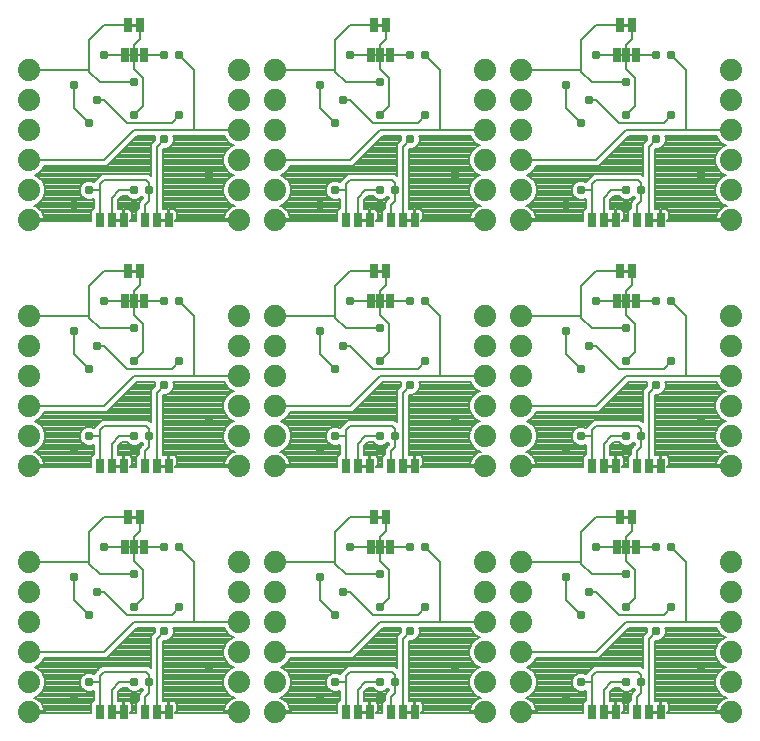
<source format=gbl>
G75*
%MOIN*%
%OFA0B0*%
%FSLAX25Y25*%
%IPPOS*%
%LPD*%
%AMOC8*
5,1,8,0,0,1.08239X$1,22.5*
%
%ADD10C,0.07400*%
%ADD11R,0.02500X0.05000*%
%ADD12C,0.00800*%
%ADD13C,0.01000*%
%ADD14C,0.03100*%
%ADD15C,0.00700*%
D10*
X0010060Y0009060D03*
X0010060Y0019060D03*
X0010060Y0029060D03*
X0010060Y0039060D03*
X0010060Y0049060D03*
X0010060Y0059060D03*
X0010060Y0091060D03*
X0010060Y0101060D03*
X0010060Y0111060D03*
X0010060Y0121060D03*
X0010060Y0131060D03*
X0010060Y0141060D03*
X0010060Y0173060D03*
X0010060Y0183060D03*
X0010060Y0193060D03*
X0010060Y0203060D03*
X0010060Y0213060D03*
X0010060Y0223060D03*
X0080060Y0223060D03*
X0080060Y0213060D03*
X0080060Y0203060D03*
X0080060Y0193060D03*
X0080060Y0183060D03*
X0080060Y0173060D03*
X0092060Y0173060D03*
X0092060Y0183060D03*
X0092060Y0193060D03*
X0092060Y0203060D03*
X0092060Y0213060D03*
X0092060Y0223060D03*
X0162060Y0223060D03*
X0162060Y0213060D03*
X0162060Y0203060D03*
X0162060Y0193060D03*
X0162060Y0183060D03*
X0162060Y0173060D03*
X0174060Y0173060D03*
X0174060Y0183060D03*
X0174060Y0193060D03*
X0174060Y0203060D03*
X0174060Y0213060D03*
X0174060Y0223060D03*
X0244060Y0223060D03*
X0244060Y0213060D03*
X0244060Y0203060D03*
X0244060Y0193060D03*
X0244060Y0183060D03*
X0244060Y0173060D03*
X0244060Y0141060D03*
X0244060Y0131060D03*
X0244060Y0121060D03*
X0244060Y0111060D03*
X0244060Y0101060D03*
X0244060Y0091060D03*
X0244060Y0059060D03*
X0244060Y0049060D03*
X0244060Y0039060D03*
X0244060Y0029060D03*
X0244060Y0019060D03*
X0244060Y0009060D03*
X0174060Y0009060D03*
X0174060Y0019060D03*
X0174060Y0029060D03*
X0174060Y0039060D03*
X0174060Y0049060D03*
X0174060Y0059060D03*
X0162060Y0059060D03*
X0162060Y0049060D03*
X0162060Y0039060D03*
X0162060Y0029060D03*
X0162060Y0019060D03*
X0162060Y0009060D03*
X0092060Y0009060D03*
X0092060Y0019060D03*
X0092060Y0029060D03*
X0092060Y0039060D03*
X0092060Y0049060D03*
X0092060Y0059060D03*
X0080060Y0059060D03*
X0080060Y0049060D03*
X0080060Y0039060D03*
X0080060Y0029060D03*
X0080060Y0019060D03*
X0080060Y0009060D03*
X0080060Y0091060D03*
X0080060Y0101060D03*
X0080060Y0111060D03*
X0080060Y0121060D03*
X0080060Y0131060D03*
X0080060Y0141060D03*
X0092060Y0141060D03*
X0092060Y0131060D03*
X0092060Y0121060D03*
X0092060Y0111060D03*
X0092060Y0101060D03*
X0092060Y0091060D03*
X0162060Y0091060D03*
X0162060Y0101060D03*
X0162060Y0111060D03*
X0162060Y0121060D03*
X0162060Y0131060D03*
X0162060Y0141060D03*
X0174060Y0141060D03*
X0174060Y0131060D03*
X0174060Y0121060D03*
X0174060Y0111060D03*
X0174060Y0101060D03*
X0174060Y0091060D03*
D11*
X0197560Y0091060D03*
X0201560Y0091060D03*
X0205560Y0091060D03*
X0212560Y0091060D03*
X0216560Y0091060D03*
X0220560Y0091060D03*
X0211060Y0074060D03*
X0207060Y0074060D03*
X0205860Y0064060D03*
X0209060Y0064060D03*
X0212260Y0064060D03*
X0212560Y0009060D03*
X0216560Y0009060D03*
X0220560Y0009060D03*
X0205560Y0009060D03*
X0201560Y0009060D03*
X0197560Y0009060D03*
X0138560Y0009060D03*
X0134560Y0009060D03*
X0130560Y0009060D03*
X0123560Y0009060D03*
X0119560Y0009060D03*
X0115560Y0009060D03*
X0123860Y0064060D03*
X0127060Y0064060D03*
X0130260Y0064060D03*
X0129060Y0074060D03*
X0125060Y0074060D03*
X0123560Y0091060D03*
X0119560Y0091060D03*
X0115560Y0091060D03*
X0130560Y0091060D03*
X0134560Y0091060D03*
X0138560Y0091060D03*
X0130260Y0146060D03*
X0127060Y0146060D03*
X0123860Y0146060D03*
X0125060Y0156060D03*
X0129060Y0156060D03*
X0130560Y0173060D03*
X0134560Y0173060D03*
X0138560Y0173060D03*
X0123560Y0173060D03*
X0119560Y0173060D03*
X0115560Y0173060D03*
X0123860Y0228060D03*
X0127060Y0228060D03*
X0130260Y0228060D03*
X0129060Y0238060D03*
X0125060Y0238060D03*
X0056560Y0173060D03*
X0052560Y0173060D03*
X0048560Y0173060D03*
X0041560Y0173060D03*
X0037560Y0173060D03*
X0033560Y0173060D03*
X0043060Y0156060D03*
X0047060Y0156060D03*
X0048260Y0146060D03*
X0045060Y0146060D03*
X0041860Y0146060D03*
X0041560Y0091060D03*
X0037560Y0091060D03*
X0033560Y0091060D03*
X0048560Y0091060D03*
X0052560Y0091060D03*
X0056560Y0091060D03*
X0047060Y0074060D03*
X0043060Y0074060D03*
X0041860Y0064060D03*
X0045060Y0064060D03*
X0048260Y0064060D03*
X0048560Y0009060D03*
X0052560Y0009060D03*
X0056560Y0009060D03*
X0041560Y0009060D03*
X0037560Y0009060D03*
X0033560Y0009060D03*
X0205860Y0146060D03*
X0209060Y0146060D03*
X0212260Y0146060D03*
X0211060Y0156060D03*
X0207060Y0156060D03*
X0205560Y0173060D03*
X0201560Y0173060D03*
X0197560Y0173060D03*
X0212560Y0173060D03*
X0216560Y0173060D03*
X0220560Y0173060D03*
X0212260Y0228060D03*
X0209060Y0228060D03*
X0205860Y0228060D03*
X0207060Y0238060D03*
X0211060Y0238060D03*
X0048260Y0228060D03*
X0045060Y0228060D03*
X0041860Y0228060D03*
X0043060Y0238060D03*
X0047060Y0238060D03*
D12*
X0046060Y0228060D02*
X0049060Y0228060D01*
X0044060Y0228060D02*
X0041060Y0228060D01*
X0045868Y0201110D02*
X0052085Y0201110D01*
X0051910Y0200687D01*
X0051910Y0199668D01*
X0050610Y0198368D01*
X0050610Y0187768D01*
X0049868Y0188510D01*
X0034252Y0188510D01*
X0031610Y0185868D01*
X0031610Y0185827D01*
X0030687Y0186210D01*
X0029433Y0186210D01*
X0028276Y0185730D01*
X0027390Y0184844D01*
X0026910Y0183687D01*
X0026910Y0182433D01*
X0027390Y0181276D01*
X0028276Y0180390D01*
X0029433Y0179910D01*
X0030687Y0179910D01*
X0031610Y0180292D01*
X0031610Y0177123D01*
X0030710Y0176223D01*
X0030710Y0172860D01*
X0010460Y0172860D01*
X0010460Y0173460D01*
X0015160Y0173460D01*
X0015160Y0173461D01*
X0015034Y0174254D01*
X0014786Y0175018D01*
X0014422Y0175733D01*
X0013950Y0176382D01*
X0013382Y0176950D01*
X0012733Y0177422D01*
X0012018Y0177786D01*
X0011547Y0177939D01*
X0013062Y0178567D01*
X0014553Y0180058D01*
X0015360Y0182006D01*
X0015360Y0184114D01*
X0014553Y0186062D01*
X0013062Y0187553D01*
X0011838Y0188060D01*
X0013062Y0188567D01*
X0014553Y0190058D01*
X0014989Y0191110D01*
X0035868Y0191110D01*
X0045868Y0201110D01*
X0045251Y0200494D02*
X0051910Y0200494D01*
X0051910Y0199695D02*
X0044453Y0199695D01*
X0043654Y0198897D02*
X0051139Y0198897D01*
X0050610Y0198098D02*
X0042856Y0198098D01*
X0042057Y0197300D02*
X0050610Y0197300D01*
X0050610Y0196501D02*
X0041259Y0196501D01*
X0040460Y0195703D02*
X0050610Y0195703D01*
X0050610Y0194904D02*
X0039662Y0194904D01*
X0038863Y0194106D02*
X0050610Y0194106D01*
X0050610Y0193307D02*
X0038065Y0193307D01*
X0037266Y0192509D02*
X0050610Y0192509D01*
X0050610Y0191710D02*
X0036468Y0191710D01*
X0033460Y0187718D02*
X0012665Y0187718D01*
X0012940Y0188516D02*
X0050610Y0188516D01*
X0050610Y0189315D02*
X0013810Y0189315D01*
X0014576Y0190113D02*
X0050610Y0190113D01*
X0050610Y0190912D02*
X0014907Y0190912D01*
X0013696Y0186919D02*
X0032661Y0186919D01*
X0031863Y0186121D02*
X0030902Y0186121D01*
X0029218Y0186121D02*
X0014495Y0186121D01*
X0014860Y0185322D02*
X0027867Y0185322D01*
X0027257Y0184524D02*
X0015190Y0184524D01*
X0015360Y0183725D02*
X0026926Y0183725D01*
X0026910Y0182927D02*
X0015360Y0182927D01*
X0015360Y0182128D02*
X0027036Y0182128D01*
X0027367Y0181330D02*
X0015080Y0181330D01*
X0014749Y0180531D02*
X0028134Y0180531D01*
X0031610Y0179732D02*
X0014228Y0179732D01*
X0013429Y0178934D02*
X0031610Y0178934D01*
X0031610Y0178135D02*
X0012021Y0178135D01*
X0012850Y0177337D02*
X0031610Y0177337D01*
X0031026Y0176538D02*
X0013794Y0176538D01*
X0014417Y0175740D02*
X0030710Y0175740D01*
X0030710Y0174941D02*
X0014811Y0174941D01*
X0015052Y0174143D02*
X0030710Y0174143D01*
X0030710Y0173344D02*
X0010460Y0173344D01*
X0039510Y0177123D02*
X0039510Y0179752D01*
X0040868Y0181110D01*
X0042555Y0181110D01*
X0043276Y0180390D01*
X0044433Y0179910D01*
X0045687Y0179910D01*
X0046844Y0180390D01*
X0047560Y0181105D01*
X0048110Y0180555D01*
X0048110Y0180368D01*
X0046610Y0178868D01*
X0046610Y0177123D01*
X0045710Y0176223D01*
X0045710Y0172860D01*
X0043660Y0172860D01*
X0043660Y0173285D01*
X0044210Y0173285D01*
X0044210Y0175744D01*
X0044115Y0176100D01*
X0043930Y0176420D01*
X0043670Y0176680D01*
X0043350Y0176865D01*
X0042994Y0176960D01*
X0041785Y0176960D01*
X0041785Y0175160D01*
X0041335Y0175160D01*
X0041335Y0176960D01*
X0040126Y0176960D01*
X0039770Y0176865D01*
X0039769Y0176864D01*
X0039510Y0177123D01*
X0039510Y0177337D02*
X0046610Y0177337D01*
X0046610Y0178135D02*
X0039510Y0178135D01*
X0039510Y0178934D02*
X0046676Y0178934D01*
X0047475Y0179732D02*
X0039510Y0179732D01*
X0040289Y0180531D02*
X0043134Y0180531D01*
X0046986Y0180531D02*
X0048110Y0180531D01*
X0046026Y0176538D02*
X0043811Y0176538D01*
X0044210Y0175740D02*
X0045710Y0175740D01*
X0045710Y0174941D02*
X0044210Y0174941D01*
X0044210Y0174143D02*
X0045710Y0174143D01*
X0045710Y0173344D02*
X0044210Y0173344D01*
X0041785Y0175740D02*
X0041335Y0175740D01*
X0041335Y0176538D02*
X0041785Y0176538D01*
X0054510Y0177123D02*
X0054510Y0196752D01*
X0054668Y0196910D01*
X0055687Y0196910D01*
X0056844Y0197390D01*
X0057730Y0198276D01*
X0058210Y0199433D01*
X0058210Y0200687D01*
X0058035Y0201110D01*
X0075131Y0201110D01*
X0075567Y0200058D01*
X0077058Y0198567D01*
X0078282Y0198060D01*
X0077058Y0197553D01*
X0075567Y0196062D01*
X0074760Y0194114D01*
X0074760Y0192006D01*
X0075567Y0190058D01*
X0077058Y0188567D01*
X0078282Y0188060D01*
X0077058Y0187553D01*
X0075567Y0186062D01*
X0074760Y0184114D01*
X0074760Y0182006D01*
X0075567Y0180058D01*
X0077058Y0178567D01*
X0078573Y0177939D01*
X0078102Y0177786D01*
X0077387Y0177422D01*
X0076738Y0176950D01*
X0076170Y0176382D01*
X0075698Y0175733D01*
X0075334Y0175018D01*
X0075086Y0174254D01*
X0074960Y0173461D01*
X0074960Y0173460D01*
X0079660Y0173460D01*
X0079660Y0172860D01*
X0058660Y0172860D01*
X0058660Y0173285D01*
X0059210Y0173285D01*
X0059210Y0175744D01*
X0059115Y0176100D01*
X0058930Y0176420D01*
X0058670Y0176680D01*
X0058350Y0176865D01*
X0057994Y0176960D01*
X0056785Y0176960D01*
X0056785Y0175160D01*
X0056335Y0175160D01*
X0056335Y0176960D01*
X0055126Y0176960D01*
X0054770Y0176865D01*
X0054769Y0176864D01*
X0054510Y0177123D01*
X0054510Y0177337D02*
X0077270Y0177337D01*
X0078099Y0178135D02*
X0054510Y0178135D01*
X0054510Y0178934D02*
X0076691Y0178934D01*
X0075892Y0179732D02*
X0054510Y0179732D01*
X0054510Y0180531D02*
X0075371Y0180531D01*
X0075040Y0181330D02*
X0054510Y0181330D01*
X0054510Y0182128D02*
X0074760Y0182128D01*
X0074760Y0182927D02*
X0054510Y0182927D01*
X0054510Y0183725D02*
X0074760Y0183725D01*
X0074930Y0184524D02*
X0054510Y0184524D01*
X0054510Y0185322D02*
X0075260Y0185322D01*
X0075625Y0186121D02*
X0054510Y0186121D01*
X0054510Y0186919D02*
X0076424Y0186919D01*
X0077455Y0187718D02*
X0054510Y0187718D01*
X0054510Y0188516D02*
X0077180Y0188516D01*
X0076310Y0189315D02*
X0054510Y0189315D01*
X0054510Y0190113D02*
X0075544Y0190113D01*
X0075213Y0190912D02*
X0054510Y0190912D01*
X0054510Y0191710D02*
X0074882Y0191710D01*
X0074760Y0192509D02*
X0054510Y0192509D01*
X0054510Y0193307D02*
X0074760Y0193307D01*
X0074760Y0194106D02*
X0054510Y0194106D01*
X0054510Y0194904D02*
X0075087Y0194904D01*
X0075418Y0195703D02*
X0054510Y0195703D01*
X0054510Y0196501D02*
X0076006Y0196501D01*
X0076804Y0197300D02*
X0056627Y0197300D01*
X0057553Y0198098D02*
X0078189Y0198098D01*
X0076728Y0198897D02*
X0057988Y0198897D01*
X0058210Y0199695D02*
X0075929Y0199695D01*
X0075386Y0200494D02*
X0058210Y0200494D01*
X0058811Y0176538D02*
X0076326Y0176538D01*
X0075703Y0175740D02*
X0059210Y0175740D01*
X0059210Y0174941D02*
X0075309Y0174941D01*
X0075068Y0174143D02*
X0059210Y0174143D01*
X0059210Y0173344D02*
X0079660Y0173344D01*
X0092460Y0173344D02*
X0112710Y0173344D01*
X0112710Y0172860D02*
X0092460Y0172860D01*
X0092460Y0173460D01*
X0097160Y0173460D01*
X0097160Y0173461D01*
X0097034Y0174254D01*
X0096786Y0175018D01*
X0096422Y0175733D01*
X0095950Y0176382D01*
X0095382Y0176950D01*
X0094733Y0177422D01*
X0094018Y0177786D01*
X0093547Y0177939D01*
X0095062Y0178567D01*
X0096553Y0180058D01*
X0097360Y0182006D01*
X0097360Y0184114D01*
X0096553Y0186062D01*
X0095062Y0187553D01*
X0093838Y0188060D01*
X0095062Y0188567D01*
X0096553Y0190058D01*
X0096989Y0191110D01*
X0117868Y0191110D01*
X0127868Y0201110D01*
X0134085Y0201110D01*
X0133910Y0200687D01*
X0133910Y0199668D01*
X0132610Y0198368D01*
X0132610Y0187768D01*
X0131868Y0188510D01*
X0116252Y0188510D01*
X0113610Y0185868D01*
X0113610Y0185827D01*
X0112687Y0186210D01*
X0111433Y0186210D01*
X0110276Y0185730D01*
X0109390Y0184844D01*
X0108910Y0183687D01*
X0108910Y0182433D01*
X0109390Y0181276D01*
X0110276Y0180390D01*
X0111433Y0179910D01*
X0112687Y0179910D01*
X0113610Y0180292D01*
X0113610Y0177123D01*
X0112710Y0176223D01*
X0112710Y0172860D01*
X0112710Y0174143D02*
X0097052Y0174143D01*
X0096811Y0174941D02*
X0112710Y0174941D01*
X0112710Y0175740D02*
X0096417Y0175740D01*
X0095794Y0176538D02*
X0113026Y0176538D01*
X0113610Y0177337D02*
X0094850Y0177337D01*
X0094021Y0178135D02*
X0113610Y0178135D01*
X0113610Y0178934D02*
X0095429Y0178934D01*
X0096228Y0179732D02*
X0113610Y0179732D01*
X0110134Y0180531D02*
X0096749Y0180531D01*
X0097080Y0181330D02*
X0109367Y0181330D01*
X0109036Y0182128D02*
X0097360Y0182128D01*
X0097360Y0182927D02*
X0108910Y0182927D01*
X0108926Y0183725D02*
X0097360Y0183725D01*
X0097190Y0184524D02*
X0109257Y0184524D01*
X0109867Y0185322D02*
X0096860Y0185322D01*
X0096495Y0186121D02*
X0111218Y0186121D01*
X0112902Y0186121D02*
X0113863Y0186121D01*
X0114661Y0186919D02*
X0095696Y0186919D01*
X0094665Y0187718D02*
X0115460Y0187718D01*
X0118468Y0191710D02*
X0132610Y0191710D01*
X0132610Y0190912D02*
X0096907Y0190912D01*
X0096576Y0190113D02*
X0132610Y0190113D01*
X0132610Y0189315D02*
X0095810Y0189315D01*
X0094940Y0188516D02*
X0132610Y0188516D01*
X0132610Y0192509D02*
X0119266Y0192509D01*
X0120065Y0193307D02*
X0132610Y0193307D01*
X0132610Y0194106D02*
X0120863Y0194106D01*
X0121662Y0194904D02*
X0132610Y0194904D01*
X0132610Y0195703D02*
X0122460Y0195703D01*
X0123259Y0196501D02*
X0132610Y0196501D01*
X0132610Y0197300D02*
X0124057Y0197300D01*
X0124856Y0198098D02*
X0132610Y0198098D01*
X0133139Y0198897D02*
X0125654Y0198897D01*
X0126453Y0199695D02*
X0133910Y0199695D01*
X0133910Y0200494D02*
X0127251Y0200494D01*
X0136510Y0196752D02*
X0136668Y0196910D01*
X0137687Y0196910D01*
X0138844Y0197390D01*
X0139730Y0198276D01*
X0140210Y0199433D01*
X0140210Y0200687D01*
X0140035Y0201110D01*
X0157131Y0201110D01*
X0157567Y0200058D01*
X0159058Y0198567D01*
X0160282Y0198060D01*
X0159058Y0197553D01*
X0157567Y0196062D01*
X0156760Y0194114D01*
X0156760Y0192006D01*
X0157567Y0190058D01*
X0159058Y0188567D01*
X0160282Y0188060D01*
X0159058Y0187553D01*
X0157567Y0186062D01*
X0156760Y0184114D01*
X0156760Y0182006D01*
X0157567Y0180058D01*
X0159058Y0178567D01*
X0160573Y0177939D01*
X0160102Y0177786D01*
X0159387Y0177422D01*
X0158738Y0176950D01*
X0158170Y0176382D01*
X0157698Y0175733D01*
X0157334Y0175018D01*
X0157086Y0174254D01*
X0156960Y0173461D01*
X0156960Y0173460D01*
X0161660Y0173460D01*
X0161660Y0172860D01*
X0140660Y0172860D01*
X0140660Y0173285D01*
X0141210Y0173285D01*
X0141210Y0175744D01*
X0141115Y0176100D01*
X0140930Y0176420D01*
X0140670Y0176680D01*
X0140350Y0176865D01*
X0139994Y0176960D01*
X0138785Y0176960D01*
X0138785Y0175160D01*
X0138335Y0175160D01*
X0138335Y0176960D01*
X0137126Y0176960D01*
X0136770Y0176865D01*
X0136769Y0176864D01*
X0136510Y0177123D01*
X0136510Y0196752D01*
X0136510Y0196501D02*
X0158006Y0196501D01*
X0157418Y0195703D02*
X0136510Y0195703D01*
X0136510Y0194904D02*
X0157087Y0194904D01*
X0156760Y0194106D02*
X0136510Y0194106D01*
X0136510Y0193307D02*
X0156760Y0193307D01*
X0156760Y0192509D02*
X0136510Y0192509D01*
X0136510Y0191710D02*
X0156882Y0191710D01*
X0157213Y0190912D02*
X0136510Y0190912D01*
X0136510Y0190113D02*
X0157544Y0190113D01*
X0158310Y0189315D02*
X0136510Y0189315D01*
X0136510Y0188516D02*
X0159180Y0188516D01*
X0159455Y0187718D02*
X0136510Y0187718D01*
X0136510Y0186919D02*
X0158424Y0186919D01*
X0157625Y0186121D02*
X0136510Y0186121D01*
X0136510Y0185322D02*
X0157260Y0185322D01*
X0156930Y0184524D02*
X0136510Y0184524D01*
X0136510Y0183725D02*
X0156760Y0183725D01*
X0156760Y0182927D02*
X0136510Y0182927D01*
X0136510Y0182128D02*
X0156760Y0182128D01*
X0157040Y0181330D02*
X0136510Y0181330D01*
X0136510Y0180531D02*
X0157371Y0180531D01*
X0157892Y0179732D02*
X0136510Y0179732D01*
X0136510Y0178934D02*
X0158691Y0178934D01*
X0160099Y0178135D02*
X0136510Y0178135D01*
X0136510Y0177337D02*
X0159270Y0177337D01*
X0158326Y0176538D02*
X0140811Y0176538D01*
X0141210Y0175740D02*
X0157703Y0175740D01*
X0157309Y0174941D02*
X0141210Y0174941D01*
X0141210Y0174143D02*
X0157068Y0174143D01*
X0161660Y0173344D02*
X0141210Y0173344D01*
X0138785Y0175740D02*
X0138335Y0175740D01*
X0138335Y0176538D02*
X0138785Y0176538D01*
X0130110Y0180368D02*
X0128610Y0178868D01*
X0128610Y0177123D01*
X0127710Y0176223D01*
X0127710Y0172860D01*
X0125660Y0172860D01*
X0125660Y0173285D01*
X0126210Y0173285D01*
X0126210Y0175744D01*
X0126115Y0176100D01*
X0125930Y0176420D01*
X0125670Y0176680D01*
X0125350Y0176865D01*
X0124994Y0176960D01*
X0123785Y0176960D01*
X0123785Y0175160D01*
X0123335Y0175160D01*
X0123335Y0176960D01*
X0122126Y0176960D01*
X0121770Y0176865D01*
X0121769Y0176864D01*
X0121510Y0177123D01*
X0121510Y0179752D01*
X0122868Y0181110D01*
X0124555Y0181110D01*
X0125276Y0180390D01*
X0126433Y0179910D01*
X0127687Y0179910D01*
X0128844Y0180390D01*
X0129560Y0181105D01*
X0130110Y0180555D01*
X0130110Y0180368D01*
X0130110Y0180531D02*
X0128986Y0180531D01*
X0129475Y0179732D02*
X0121510Y0179732D01*
X0121510Y0178934D02*
X0128676Y0178934D01*
X0128610Y0178135D02*
X0121510Y0178135D01*
X0121510Y0177337D02*
X0128610Y0177337D01*
X0128026Y0176538D02*
X0125811Y0176538D01*
X0126210Y0175740D02*
X0127710Y0175740D01*
X0127710Y0174941D02*
X0126210Y0174941D01*
X0126210Y0174143D02*
X0127710Y0174143D01*
X0127710Y0173344D02*
X0126210Y0173344D01*
X0123785Y0175740D02*
X0123335Y0175740D01*
X0123335Y0176538D02*
X0123785Y0176538D01*
X0125134Y0180531D02*
X0122289Y0180531D01*
X0138627Y0197300D02*
X0158804Y0197300D01*
X0158728Y0198897D02*
X0139988Y0198897D01*
X0140210Y0199695D02*
X0157929Y0199695D01*
X0157386Y0200494D02*
X0140210Y0200494D01*
X0139553Y0198098D02*
X0160189Y0198098D01*
X0175838Y0188060D02*
X0177062Y0187553D01*
X0178553Y0186062D01*
X0179360Y0184114D01*
X0179360Y0182006D01*
X0178553Y0180058D01*
X0177062Y0178567D01*
X0175547Y0177939D01*
X0176018Y0177786D01*
X0176733Y0177422D01*
X0177382Y0176950D01*
X0177950Y0176382D01*
X0178422Y0175733D01*
X0178786Y0175018D01*
X0179034Y0174254D01*
X0179160Y0173461D01*
X0179160Y0173460D01*
X0174460Y0173460D01*
X0174460Y0172860D01*
X0194710Y0172860D01*
X0194710Y0176223D01*
X0195610Y0177123D01*
X0195610Y0180292D01*
X0194687Y0179910D01*
X0193433Y0179910D01*
X0192276Y0180390D01*
X0191390Y0181276D01*
X0190910Y0182433D01*
X0190910Y0183687D01*
X0191390Y0184844D01*
X0192276Y0185730D01*
X0193433Y0186210D01*
X0194687Y0186210D01*
X0195610Y0185827D01*
X0195610Y0185868D01*
X0198252Y0188510D01*
X0213868Y0188510D01*
X0214610Y0187768D01*
X0214610Y0198368D01*
X0215910Y0199668D01*
X0215910Y0200687D01*
X0216085Y0201110D01*
X0209868Y0201110D01*
X0199868Y0191110D01*
X0178989Y0191110D01*
X0178553Y0190058D01*
X0177062Y0188567D01*
X0175838Y0188060D01*
X0176665Y0187718D02*
X0197460Y0187718D01*
X0196661Y0186919D02*
X0177696Y0186919D01*
X0178495Y0186121D02*
X0193218Y0186121D01*
X0191867Y0185322D02*
X0178860Y0185322D01*
X0179190Y0184524D02*
X0191257Y0184524D01*
X0190926Y0183725D02*
X0179360Y0183725D01*
X0179360Y0182927D02*
X0190910Y0182927D01*
X0191036Y0182128D02*
X0179360Y0182128D01*
X0179080Y0181330D02*
X0191367Y0181330D01*
X0192134Y0180531D02*
X0178749Y0180531D01*
X0178228Y0179732D02*
X0195610Y0179732D01*
X0195610Y0178934D02*
X0177429Y0178934D01*
X0176021Y0178135D02*
X0195610Y0178135D01*
X0195610Y0177337D02*
X0176850Y0177337D01*
X0177794Y0176538D02*
X0195026Y0176538D01*
X0194710Y0175740D02*
X0178417Y0175740D01*
X0178811Y0174941D02*
X0194710Y0174941D01*
X0194710Y0174143D02*
X0179052Y0174143D01*
X0174460Y0173344D02*
X0194710Y0173344D01*
X0203510Y0177123D02*
X0203510Y0179752D01*
X0204868Y0181110D01*
X0206555Y0181110D01*
X0207276Y0180390D01*
X0208433Y0179910D01*
X0209687Y0179910D01*
X0210844Y0180390D01*
X0211560Y0181105D01*
X0212110Y0180555D01*
X0212110Y0180368D01*
X0210610Y0178868D01*
X0210610Y0177123D01*
X0209710Y0176223D01*
X0209710Y0172860D01*
X0207660Y0172860D01*
X0207660Y0173285D01*
X0208210Y0173285D01*
X0208210Y0175744D01*
X0208115Y0176100D01*
X0207930Y0176420D01*
X0207670Y0176680D01*
X0207350Y0176865D01*
X0206994Y0176960D01*
X0205785Y0176960D01*
X0205785Y0175160D01*
X0205335Y0175160D01*
X0205335Y0176960D01*
X0204126Y0176960D01*
X0203770Y0176865D01*
X0203769Y0176864D01*
X0203510Y0177123D01*
X0203510Y0177337D02*
X0210610Y0177337D01*
X0210610Y0178135D02*
X0203510Y0178135D01*
X0203510Y0178934D02*
X0210676Y0178934D01*
X0211475Y0179732D02*
X0203510Y0179732D01*
X0204289Y0180531D02*
X0207134Y0180531D01*
X0210986Y0180531D02*
X0212110Y0180531D01*
X0210026Y0176538D02*
X0207811Y0176538D01*
X0208210Y0175740D02*
X0209710Y0175740D01*
X0209710Y0174941D02*
X0208210Y0174941D01*
X0208210Y0174143D02*
X0209710Y0174143D01*
X0209710Y0173344D02*
X0208210Y0173344D01*
X0205785Y0175740D02*
X0205335Y0175740D01*
X0205335Y0176538D02*
X0205785Y0176538D01*
X0195863Y0186121D02*
X0194902Y0186121D01*
X0200468Y0191710D02*
X0214610Y0191710D01*
X0214610Y0190912D02*
X0178907Y0190912D01*
X0178576Y0190113D02*
X0214610Y0190113D01*
X0214610Y0189315D02*
X0177810Y0189315D01*
X0176940Y0188516D02*
X0214610Y0188516D01*
X0218510Y0188516D02*
X0241180Y0188516D01*
X0241058Y0188567D02*
X0242282Y0188060D01*
X0241058Y0187553D01*
X0239567Y0186062D01*
X0238760Y0184114D01*
X0238760Y0182006D01*
X0239567Y0180058D01*
X0241058Y0178567D01*
X0242573Y0177939D01*
X0242102Y0177786D01*
X0241387Y0177422D01*
X0240738Y0176950D01*
X0240170Y0176382D01*
X0239698Y0175733D01*
X0239334Y0175018D01*
X0239086Y0174254D01*
X0238960Y0173461D01*
X0238960Y0173460D01*
X0243660Y0173460D01*
X0243660Y0172860D01*
X0222660Y0172860D01*
X0222660Y0173285D01*
X0223210Y0173285D01*
X0223210Y0175744D01*
X0223115Y0176100D01*
X0222930Y0176420D01*
X0222670Y0176680D01*
X0222350Y0176865D01*
X0221994Y0176960D01*
X0220785Y0176960D01*
X0220785Y0175160D01*
X0220335Y0175160D01*
X0220335Y0176960D01*
X0219126Y0176960D01*
X0218770Y0176865D01*
X0218769Y0176864D01*
X0218510Y0177123D01*
X0218510Y0196752D01*
X0218668Y0196910D01*
X0219687Y0196910D01*
X0220844Y0197390D01*
X0221730Y0198276D01*
X0222210Y0199433D01*
X0222210Y0200687D01*
X0222035Y0201110D01*
X0239131Y0201110D01*
X0239567Y0200058D01*
X0241058Y0198567D01*
X0242282Y0198060D01*
X0241058Y0197553D01*
X0239567Y0196062D01*
X0238760Y0194114D01*
X0238760Y0192006D01*
X0239567Y0190058D01*
X0241058Y0188567D01*
X0241455Y0187718D02*
X0218510Y0187718D01*
X0218510Y0186919D02*
X0240424Y0186919D01*
X0239625Y0186121D02*
X0218510Y0186121D01*
X0218510Y0185322D02*
X0239260Y0185322D01*
X0238930Y0184524D02*
X0218510Y0184524D01*
X0218510Y0183725D02*
X0238760Y0183725D01*
X0238760Y0182927D02*
X0218510Y0182927D01*
X0218510Y0182128D02*
X0238760Y0182128D01*
X0239040Y0181330D02*
X0218510Y0181330D01*
X0218510Y0180531D02*
X0239371Y0180531D01*
X0239892Y0179732D02*
X0218510Y0179732D01*
X0218510Y0178934D02*
X0240691Y0178934D01*
X0242099Y0178135D02*
X0218510Y0178135D01*
X0218510Y0177337D02*
X0241270Y0177337D01*
X0240326Y0176538D02*
X0222811Y0176538D01*
X0223210Y0175740D02*
X0239703Y0175740D01*
X0239309Y0174941D02*
X0223210Y0174941D01*
X0223210Y0174143D02*
X0239068Y0174143D01*
X0243660Y0173344D02*
X0223210Y0173344D01*
X0220785Y0175740D02*
X0220335Y0175740D01*
X0220335Y0176538D02*
X0220785Y0176538D01*
X0218510Y0189315D02*
X0240310Y0189315D01*
X0239544Y0190113D02*
X0218510Y0190113D01*
X0218510Y0190912D02*
X0239213Y0190912D01*
X0238882Y0191710D02*
X0218510Y0191710D01*
X0218510Y0192509D02*
X0238760Y0192509D01*
X0238760Y0193307D02*
X0218510Y0193307D01*
X0218510Y0194106D02*
X0238760Y0194106D01*
X0239087Y0194904D02*
X0218510Y0194904D01*
X0218510Y0195703D02*
X0239418Y0195703D01*
X0240006Y0196501D02*
X0218510Y0196501D01*
X0220627Y0197300D02*
X0240804Y0197300D01*
X0240728Y0198897D02*
X0221988Y0198897D01*
X0222210Y0199695D02*
X0239929Y0199695D01*
X0239386Y0200494D02*
X0222210Y0200494D01*
X0221553Y0198098D02*
X0242189Y0198098D01*
X0215910Y0199695D02*
X0208453Y0199695D01*
X0207654Y0198897D02*
X0215139Y0198897D01*
X0214610Y0198098D02*
X0206856Y0198098D01*
X0206057Y0197300D02*
X0214610Y0197300D01*
X0214610Y0196501D02*
X0205259Y0196501D01*
X0204460Y0195703D02*
X0214610Y0195703D01*
X0214610Y0194904D02*
X0203662Y0194904D01*
X0202863Y0194106D02*
X0214610Y0194106D01*
X0214610Y0193307D02*
X0202065Y0193307D01*
X0201266Y0192509D02*
X0214610Y0192509D01*
X0215910Y0200494D02*
X0209251Y0200494D01*
X0210060Y0228060D02*
X0213060Y0228060D01*
X0208060Y0228060D02*
X0205060Y0228060D01*
X0131060Y0228060D02*
X0128060Y0228060D01*
X0126060Y0228060D02*
X0123060Y0228060D01*
X0056785Y0176538D02*
X0056335Y0176538D01*
X0056335Y0175740D02*
X0056785Y0175740D01*
X0049060Y0146060D02*
X0046060Y0146060D01*
X0044060Y0146060D02*
X0041060Y0146060D01*
X0045868Y0119110D02*
X0052085Y0119110D01*
X0051910Y0118687D01*
X0051910Y0117668D01*
X0050610Y0116368D01*
X0050610Y0105768D01*
X0049868Y0106510D01*
X0034252Y0106510D01*
X0031610Y0103868D01*
X0031610Y0103827D01*
X0030687Y0104210D01*
X0029433Y0104210D01*
X0028276Y0103730D01*
X0027390Y0102844D01*
X0026910Y0101687D01*
X0026910Y0100433D01*
X0027390Y0099276D01*
X0028276Y0098390D01*
X0029433Y0097910D01*
X0030687Y0097910D01*
X0031610Y0098292D01*
X0031610Y0095123D01*
X0030710Y0094223D01*
X0030710Y0090860D01*
X0010460Y0090860D01*
X0010460Y0091460D01*
X0015160Y0091460D01*
X0015160Y0091461D01*
X0015034Y0092254D01*
X0014786Y0093018D01*
X0014422Y0093733D01*
X0013950Y0094382D01*
X0013382Y0094950D01*
X0012733Y0095422D01*
X0012018Y0095786D01*
X0011547Y0095939D01*
X0013062Y0096567D01*
X0014553Y0098058D01*
X0015360Y0100006D01*
X0015360Y0102114D01*
X0014553Y0104062D01*
X0013062Y0105553D01*
X0011838Y0106060D01*
X0013062Y0106567D01*
X0014553Y0108058D01*
X0014989Y0109110D01*
X0035868Y0109110D01*
X0045868Y0119110D01*
X0045803Y0119046D02*
X0052059Y0119046D01*
X0051910Y0118247D02*
X0045005Y0118247D01*
X0044206Y0117449D02*
X0051691Y0117449D01*
X0050892Y0116650D02*
X0043408Y0116650D01*
X0042609Y0115852D02*
X0050610Y0115852D01*
X0050610Y0115053D02*
X0041811Y0115053D01*
X0041012Y0114255D02*
X0050610Y0114255D01*
X0050610Y0113456D02*
X0040214Y0113456D01*
X0039415Y0112658D02*
X0050610Y0112658D01*
X0050610Y0111859D02*
X0038617Y0111859D01*
X0037818Y0111061D02*
X0050610Y0111061D01*
X0050610Y0110262D02*
X0037020Y0110262D01*
X0036221Y0109463D02*
X0050610Y0109463D01*
X0050610Y0108665D02*
X0014805Y0108665D01*
X0014362Y0107866D02*
X0050610Y0107866D01*
X0050610Y0107068D02*
X0013563Y0107068D01*
X0012344Y0106269D02*
X0034012Y0106269D01*
X0033213Y0105471D02*
X0013144Y0105471D01*
X0013943Y0104672D02*
X0032415Y0104672D01*
X0031616Y0103874D02*
X0031498Y0103874D01*
X0028622Y0103874D02*
X0014631Y0103874D01*
X0014962Y0103075D02*
X0027621Y0103075D01*
X0027155Y0102277D02*
X0015293Y0102277D01*
X0015360Y0101478D02*
X0026910Y0101478D01*
X0026910Y0100680D02*
X0015360Y0100680D01*
X0015308Y0099881D02*
X0027139Y0099881D01*
X0027582Y0099083D02*
X0014978Y0099083D01*
X0014647Y0098284D02*
X0028530Y0098284D01*
X0031590Y0098284D02*
X0031610Y0098284D01*
X0031610Y0097486D02*
X0013981Y0097486D01*
X0013183Y0096687D02*
X0031610Y0096687D01*
X0031610Y0095889D02*
X0011702Y0095889D01*
X0013189Y0095090D02*
X0031578Y0095090D01*
X0030779Y0094292D02*
X0014016Y0094292D01*
X0014544Y0093493D02*
X0030710Y0093493D01*
X0030710Y0092695D02*
X0014891Y0092695D01*
X0015091Y0091896D02*
X0030710Y0091896D01*
X0030710Y0091098D02*
X0010460Y0091098D01*
X0039510Y0095123D02*
X0039769Y0094864D01*
X0039770Y0094865D01*
X0040126Y0094960D01*
X0041335Y0094960D01*
X0041335Y0093160D01*
X0041785Y0093160D01*
X0041785Y0094960D01*
X0042994Y0094960D01*
X0043350Y0094865D01*
X0043670Y0094680D01*
X0043930Y0094420D01*
X0044115Y0094100D01*
X0044210Y0093744D01*
X0044210Y0091285D01*
X0043660Y0091285D01*
X0043660Y0090860D01*
X0045710Y0090860D01*
X0045710Y0094223D01*
X0046610Y0095123D01*
X0046610Y0096868D01*
X0048110Y0098368D01*
X0048110Y0098555D01*
X0047560Y0099105D01*
X0046844Y0098390D01*
X0045687Y0097910D01*
X0044433Y0097910D01*
X0043276Y0098390D01*
X0042555Y0099110D01*
X0040868Y0099110D01*
X0039510Y0097752D01*
X0039510Y0095123D01*
X0039542Y0095090D02*
X0046578Y0095090D01*
X0046610Y0095889D02*
X0039510Y0095889D01*
X0039510Y0096687D02*
X0046610Y0096687D01*
X0047228Y0097486D02*
X0039510Y0097486D01*
X0040042Y0098284D02*
X0043530Y0098284D01*
X0042582Y0099083D02*
X0040841Y0099083D01*
X0041335Y0094292D02*
X0041785Y0094292D01*
X0041785Y0093493D02*
X0041335Y0093493D01*
X0044004Y0094292D02*
X0045779Y0094292D01*
X0045710Y0093493D02*
X0044210Y0093493D01*
X0044210Y0092695D02*
X0045710Y0092695D01*
X0045710Y0091896D02*
X0044210Y0091896D01*
X0043660Y0091098D02*
X0045710Y0091098D01*
X0046590Y0098284D02*
X0048027Y0098284D01*
X0047582Y0099083D02*
X0047538Y0099083D01*
X0054510Y0099083D02*
X0075142Y0099083D01*
X0074812Y0099881D02*
X0054510Y0099881D01*
X0054510Y0100680D02*
X0074760Y0100680D01*
X0074760Y0100006D02*
X0074760Y0102114D01*
X0075567Y0104062D01*
X0077058Y0105553D01*
X0078282Y0106060D01*
X0077058Y0106567D01*
X0075567Y0108058D01*
X0074760Y0110006D01*
X0074760Y0112114D01*
X0075567Y0114062D01*
X0077058Y0115553D01*
X0078282Y0116060D01*
X0077058Y0116567D01*
X0075567Y0118058D01*
X0075131Y0119110D01*
X0058035Y0119110D01*
X0058210Y0118687D01*
X0058210Y0117433D01*
X0057730Y0116276D01*
X0056844Y0115390D01*
X0055687Y0114910D01*
X0054668Y0114910D01*
X0054510Y0114752D01*
X0054510Y0095123D01*
X0054769Y0094864D01*
X0054770Y0094865D01*
X0055126Y0094960D01*
X0056335Y0094960D01*
X0056335Y0093160D01*
X0056785Y0093160D01*
X0056785Y0094960D01*
X0057994Y0094960D01*
X0058350Y0094865D01*
X0058670Y0094680D01*
X0058930Y0094420D01*
X0059115Y0094100D01*
X0059210Y0093744D01*
X0059210Y0091285D01*
X0058660Y0091285D01*
X0058660Y0090860D01*
X0079660Y0090860D01*
X0079660Y0091460D01*
X0074960Y0091460D01*
X0074960Y0091461D01*
X0075086Y0092254D01*
X0075334Y0093018D01*
X0075698Y0093733D01*
X0076170Y0094382D01*
X0076738Y0094950D01*
X0077387Y0095422D01*
X0078102Y0095786D01*
X0078573Y0095939D01*
X0077058Y0096567D01*
X0075567Y0098058D01*
X0074760Y0100006D01*
X0074760Y0101478D02*
X0054510Y0101478D01*
X0054510Y0102277D02*
X0074827Y0102277D01*
X0075158Y0103075D02*
X0054510Y0103075D01*
X0054510Y0103874D02*
X0075489Y0103874D01*
X0076177Y0104672D02*
X0054510Y0104672D01*
X0054510Y0105471D02*
X0076976Y0105471D01*
X0077776Y0106269D02*
X0054510Y0106269D01*
X0054510Y0107068D02*
X0076557Y0107068D01*
X0075758Y0107866D02*
X0054510Y0107866D01*
X0054510Y0108665D02*
X0075315Y0108665D01*
X0074985Y0109463D02*
X0054510Y0109463D01*
X0054510Y0110262D02*
X0074760Y0110262D01*
X0074760Y0111061D02*
X0054510Y0111061D01*
X0054510Y0111859D02*
X0074760Y0111859D01*
X0074985Y0112658D02*
X0054510Y0112658D01*
X0054510Y0113456D02*
X0075316Y0113456D01*
X0075759Y0114255D02*
X0054510Y0114255D01*
X0056032Y0115053D02*
X0076558Y0115053D01*
X0077778Y0115852D02*
X0057306Y0115852D01*
X0057886Y0116650D02*
X0076975Y0116650D01*
X0076176Y0117449D02*
X0058210Y0117449D01*
X0058210Y0118247D02*
X0075488Y0118247D01*
X0075158Y0119046D02*
X0058061Y0119046D01*
X0050610Y0106269D02*
X0050108Y0106269D01*
X0054510Y0098284D02*
X0075473Y0098284D01*
X0076139Y0097486D02*
X0054510Y0097486D01*
X0054510Y0096687D02*
X0076937Y0096687D01*
X0076931Y0095090D02*
X0054542Y0095090D01*
X0054510Y0095889D02*
X0078418Y0095889D01*
X0076104Y0094292D02*
X0059004Y0094292D01*
X0059210Y0093493D02*
X0075576Y0093493D01*
X0075229Y0092695D02*
X0059210Y0092695D01*
X0059210Y0091896D02*
X0075029Y0091896D01*
X0079660Y0091098D02*
X0058660Y0091098D01*
X0056785Y0093493D02*
X0056335Y0093493D01*
X0056335Y0094292D02*
X0056785Y0094292D01*
X0049060Y0064060D02*
X0046060Y0064060D01*
X0044060Y0064060D02*
X0041060Y0064060D01*
X0045868Y0037110D02*
X0052085Y0037110D01*
X0051910Y0036687D01*
X0051910Y0035668D01*
X0050610Y0034368D01*
X0050610Y0023768D01*
X0049868Y0024510D01*
X0034252Y0024510D01*
X0032752Y0023010D01*
X0031610Y0021868D01*
X0031610Y0021827D01*
X0030687Y0022210D01*
X0029433Y0022210D01*
X0028276Y0021730D01*
X0027390Y0020844D01*
X0026910Y0019687D01*
X0026910Y0018433D01*
X0015360Y0018433D01*
X0015360Y0018006D02*
X0015360Y0020114D01*
X0014553Y0022062D01*
X0013062Y0023553D01*
X0011838Y0024060D01*
X0013062Y0024567D01*
X0014553Y0026058D01*
X0014989Y0027110D01*
X0035868Y0027110D01*
X0045868Y0037110D01*
X0045557Y0036799D02*
X0051957Y0036799D01*
X0051910Y0036000D02*
X0044758Y0036000D01*
X0043960Y0035202D02*
X0051444Y0035202D01*
X0050646Y0034403D02*
X0043161Y0034403D01*
X0042363Y0033605D02*
X0050610Y0033605D01*
X0050610Y0032806D02*
X0041564Y0032806D01*
X0040766Y0032008D02*
X0050610Y0032008D01*
X0050610Y0031209D02*
X0039967Y0031209D01*
X0039169Y0030411D02*
X0050610Y0030411D01*
X0050610Y0029612D02*
X0038370Y0029612D01*
X0037572Y0028814D02*
X0050610Y0028814D01*
X0050610Y0028015D02*
X0036773Y0028015D01*
X0035975Y0027217D02*
X0050610Y0027217D01*
X0050610Y0026418D02*
X0014702Y0026418D01*
X0014115Y0025620D02*
X0050610Y0025620D01*
X0050610Y0024821D02*
X0013317Y0024821D01*
X0013391Y0023224D02*
X0032967Y0023224D01*
X0032752Y0023010D02*
X0032752Y0023010D01*
X0032168Y0022426D02*
X0014190Y0022426D01*
X0014733Y0021627D02*
X0028172Y0021627D01*
X0027383Y0020829D02*
X0015064Y0020829D01*
X0015360Y0020030D02*
X0027052Y0020030D01*
X0026910Y0019232D02*
X0015360Y0019232D01*
X0015360Y0018006D02*
X0014553Y0016058D01*
X0013062Y0014567D01*
X0011547Y0013939D01*
X0012018Y0013786D01*
X0012733Y0013422D01*
X0013382Y0012950D01*
X0013950Y0012382D01*
X0014422Y0011733D01*
X0014786Y0011018D01*
X0015034Y0010254D01*
X0015160Y0009461D01*
X0015160Y0009460D01*
X0010460Y0009460D01*
X0010460Y0008860D01*
X0030710Y0008860D01*
X0030710Y0012223D01*
X0031610Y0013123D01*
X0031610Y0016292D01*
X0030687Y0015910D01*
X0029433Y0015910D01*
X0028276Y0016390D01*
X0027390Y0017276D01*
X0026910Y0018433D01*
X0027241Y0017635D02*
X0015206Y0017635D01*
X0014876Y0016836D02*
X0027829Y0016836D01*
X0029125Y0016038D02*
X0014533Y0016038D01*
X0013734Y0015239D02*
X0031610Y0015239D01*
X0031610Y0014441D02*
X0012757Y0014441D01*
X0012301Y0013642D02*
X0031610Y0013642D01*
X0031331Y0012844D02*
X0013489Y0012844D01*
X0014195Y0012045D02*
X0030710Y0012045D01*
X0030710Y0011247D02*
X0014670Y0011247D01*
X0014971Y0010448D02*
X0030710Y0010448D01*
X0030710Y0009650D02*
X0015130Y0009650D01*
X0011928Y0024023D02*
X0033765Y0024023D01*
X0031610Y0016038D02*
X0030995Y0016038D01*
X0039510Y0015752D02*
X0039510Y0013123D01*
X0039769Y0012864D01*
X0039770Y0012865D01*
X0040126Y0012960D01*
X0041335Y0012960D01*
X0041335Y0011160D01*
X0041785Y0011160D01*
X0041785Y0012960D01*
X0042994Y0012960D01*
X0043350Y0012865D01*
X0043670Y0012680D01*
X0043930Y0012420D01*
X0044115Y0012100D01*
X0044210Y0011744D01*
X0044210Y0009285D01*
X0043660Y0009285D01*
X0043660Y0008860D01*
X0045710Y0008860D01*
X0045710Y0012223D01*
X0046610Y0013123D01*
X0046610Y0014868D01*
X0048110Y0016368D01*
X0048110Y0016555D01*
X0047560Y0017105D01*
X0046844Y0016390D01*
X0045687Y0015910D01*
X0044433Y0015910D01*
X0043276Y0016390D01*
X0042555Y0017110D01*
X0040868Y0017110D01*
X0039510Y0015752D01*
X0039795Y0016038D02*
X0044125Y0016038D01*
X0042829Y0016836D02*
X0040594Y0016836D01*
X0039510Y0015239D02*
X0046981Y0015239D01*
X0046610Y0014441D02*
X0039510Y0014441D01*
X0039510Y0013642D02*
X0046610Y0013642D01*
X0046331Y0012844D02*
X0043387Y0012844D01*
X0044129Y0012045D02*
X0045710Y0012045D01*
X0045710Y0011247D02*
X0044210Y0011247D01*
X0044210Y0010448D02*
X0045710Y0010448D01*
X0045710Y0009650D02*
X0044210Y0009650D01*
X0041785Y0011247D02*
X0041335Y0011247D01*
X0041335Y0012045D02*
X0041785Y0012045D01*
X0041785Y0012844D02*
X0041335Y0012844D01*
X0045995Y0016038D02*
X0047780Y0016038D01*
X0047829Y0016836D02*
X0047291Y0016836D01*
X0054510Y0016836D02*
X0075244Y0016836D01*
X0075567Y0016058D02*
X0077058Y0014567D01*
X0078573Y0013939D01*
X0078102Y0013786D01*
X0077387Y0013422D01*
X0076738Y0012950D01*
X0076170Y0012382D01*
X0075698Y0011733D01*
X0075334Y0011018D01*
X0075086Y0010254D01*
X0074960Y0009461D01*
X0074960Y0009460D01*
X0079660Y0009460D01*
X0079660Y0008860D01*
X0058660Y0008860D01*
X0058660Y0009285D01*
X0059210Y0009285D01*
X0059210Y0011744D01*
X0059115Y0012100D01*
X0058930Y0012420D01*
X0058670Y0012680D01*
X0058350Y0012865D01*
X0057994Y0012960D01*
X0056785Y0012960D01*
X0056785Y0011160D01*
X0056335Y0011160D01*
X0056335Y0012960D01*
X0055126Y0012960D01*
X0054770Y0012865D01*
X0054769Y0012864D01*
X0054510Y0013123D01*
X0054510Y0032752D01*
X0054668Y0032910D01*
X0055687Y0032910D01*
X0056844Y0033390D01*
X0057730Y0034276D01*
X0058210Y0035433D01*
X0058210Y0036687D01*
X0058035Y0037110D01*
X0075131Y0037110D01*
X0075567Y0036058D01*
X0077058Y0034567D01*
X0078282Y0034060D01*
X0077058Y0033553D01*
X0075567Y0032062D01*
X0074760Y0030114D01*
X0074760Y0028006D01*
X0075567Y0026058D01*
X0077058Y0024567D01*
X0078282Y0024060D01*
X0077058Y0023553D01*
X0075567Y0022062D01*
X0074760Y0020114D01*
X0074760Y0018006D01*
X0075567Y0016058D01*
X0075587Y0016038D02*
X0054510Y0016038D01*
X0054510Y0015239D02*
X0076385Y0015239D01*
X0077363Y0014441D02*
X0054510Y0014441D01*
X0054510Y0013642D02*
X0077819Y0013642D01*
X0076631Y0012844D02*
X0058387Y0012844D01*
X0059129Y0012045D02*
X0075925Y0012045D01*
X0075450Y0011247D02*
X0059210Y0011247D01*
X0059210Y0010448D02*
X0075149Y0010448D01*
X0074990Y0009650D02*
X0059210Y0009650D01*
X0056785Y0011247D02*
X0056335Y0011247D01*
X0056335Y0012045D02*
X0056785Y0012045D01*
X0056785Y0012844D02*
X0056335Y0012844D01*
X0054510Y0017635D02*
X0074914Y0017635D01*
X0074760Y0018433D02*
X0054510Y0018433D01*
X0054510Y0019232D02*
X0074760Y0019232D01*
X0074760Y0020030D02*
X0054510Y0020030D01*
X0054510Y0020829D02*
X0075056Y0020829D01*
X0075387Y0021627D02*
X0054510Y0021627D01*
X0054510Y0022426D02*
X0075930Y0022426D01*
X0076729Y0023224D02*
X0054510Y0023224D01*
X0054510Y0024023D02*
X0078192Y0024023D01*
X0076803Y0024821D02*
X0054510Y0024821D01*
X0054510Y0025620D02*
X0076005Y0025620D01*
X0075418Y0026418D02*
X0054510Y0026418D01*
X0054510Y0027217D02*
X0075087Y0027217D01*
X0074760Y0028015D02*
X0054510Y0028015D01*
X0054510Y0028814D02*
X0074760Y0028814D01*
X0074760Y0029612D02*
X0054510Y0029612D01*
X0054510Y0030411D02*
X0074883Y0030411D01*
X0075214Y0031209D02*
X0054510Y0031209D01*
X0054510Y0032008D02*
X0075544Y0032008D01*
X0076311Y0032806D02*
X0054564Y0032806D01*
X0057060Y0033605D02*
X0077183Y0033605D01*
X0077452Y0034403D02*
X0057783Y0034403D01*
X0058114Y0035202D02*
X0076423Y0035202D01*
X0075624Y0036000D02*
X0058210Y0036000D01*
X0058163Y0036799D02*
X0075260Y0036799D01*
X0093838Y0024060D02*
X0095062Y0024567D01*
X0096553Y0026058D01*
X0096989Y0027110D01*
X0117868Y0027110D01*
X0127868Y0037110D01*
X0134085Y0037110D01*
X0133910Y0036687D01*
X0133910Y0035668D01*
X0132610Y0034368D01*
X0132610Y0023768D01*
X0131868Y0024510D01*
X0116252Y0024510D01*
X0113610Y0021868D01*
X0113610Y0021827D01*
X0112687Y0022210D01*
X0111433Y0022210D01*
X0110276Y0021730D01*
X0109390Y0020844D01*
X0108910Y0019687D01*
X0108910Y0018433D01*
X0097360Y0018433D01*
X0097360Y0018006D02*
X0097360Y0020114D01*
X0096553Y0022062D01*
X0095062Y0023553D01*
X0093838Y0024060D01*
X0093928Y0024023D02*
X0115765Y0024023D01*
X0114967Y0023224D02*
X0095391Y0023224D01*
X0096190Y0022426D02*
X0114168Y0022426D01*
X0110172Y0021627D02*
X0096733Y0021627D01*
X0097064Y0020829D02*
X0109383Y0020829D01*
X0109052Y0020030D02*
X0097360Y0020030D01*
X0097360Y0019232D02*
X0108910Y0019232D01*
X0108910Y0018433D02*
X0109390Y0017276D01*
X0110276Y0016390D01*
X0111433Y0015910D01*
X0112687Y0015910D01*
X0113610Y0016292D01*
X0113610Y0013123D01*
X0112710Y0012223D01*
X0112710Y0008860D01*
X0092460Y0008860D01*
X0092460Y0009460D01*
X0097160Y0009460D01*
X0097160Y0009461D01*
X0097034Y0010254D01*
X0096786Y0011018D01*
X0096422Y0011733D01*
X0095950Y0012382D01*
X0095382Y0012950D01*
X0094733Y0013422D01*
X0094018Y0013786D01*
X0093547Y0013939D01*
X0095062Y0014567D01*
X0096553Y0016058D01*
X0097360Y0018006D01*
X0097206Y0017635D02*
X0109241Y0017635D01*
X0109829Y0016836D02*
X0096876Y0016836D01*
X0096533Y0016038D02*
X0111125Y0016038D01*
X0112995Y0016038D02*
X0113610Y0016038D01*
X0113610Y0015239D02*
X0095734Y0015239D01*
X0094757Y0014441D02*
X0113610Y0014441D01*
X0113610Y0013642D02*
X0094301Y0013642D01*
X0095489Y0012844D02*
X0113331Y0012844D01*
X0112710Y0012045D02*
X0096195Y0012045D01*
X0096670Y0011247D02*
X0112710Y0011247D01*
X0112710Y0010448D02*
X0096971Y0010448D01*
X0097130Y0009650D02*
X0112710Y0009650D01*
X0121510Y0013123D02*
X0121510Y0015752D01*
X0122868Y0017110D01*
X0124555Y0017110D01*
X0125276Y0016390D01*
X0126433Y0015910D01*
X0127687Y0015910D01*
X0128844Y0016390D01*
X0129560Y0017105D01*
X0130110Y0016555D01*
X0130110Y0016368D01*
X0128610Y0014868D01*
X0128610Y0013123D01*
X0127710Y0012223D01*
X0127710Y0008860D01*
X0125660Y0008860D01*
X0125660Y0009285D01*
X0126210Y0009285D01*
X0126210Y0011744D01*
X0126115Y0012100D01*
X0125930Y0012420D01*
X0125670Y0012680D01*
X0125350Y0012865D01*
X0124994Y0012960D01*
X0123785Y0012960D01*
X0123785Y0011160D01*
X0123335Y0011160D01*
X0123335Y0012960D01*
X0122126Y0012960D01*
X0121770Y0012865D01*
X0121769Y0012864D01*
X0121510Y0013123D01*
X0121510Y0013642D02*
X0128610Y0013642D01*
X0128610Y0014441D02*
X0121510Y0014441D01*
X0121510Y0015239D02*
X0128981Y0015239D01*
X0129780Y0016038D02*
X0127995Y0016038D01*
X0129291Y0016836D02*
X0129829Y0016836D01*
X0126125Y0016038D02*
X0121795Y0016038D01*
X0122594Y0016836D02*
X0124829Y0016836D01*
X0125387Y0012844D02*
X0128331Y0012844D01*
X0127710Y0012045D02*
X0126129Y0012045D01*
X0126210Y0011247D02*
X0127710Y0011247D01*
X0127710Y0010448D02*
X0126210Y0010448D01*
X0126210Y0009650D02*
X0127710Y0009650D01*
X0123785Y0011247D02*
X0123335Y0011247D01*
X0123335Y0012045D02*
X0123785Y0012045D01*
X0123785Y0012844D02*
X0123335Y0012844D01*
X0132355Y0024023D02*
X0132610Y0024023D01*
X0132610Y0024821D02*
X0095317Y0024821D01*
X0096115Y0025620D02*
X0132610Y0025620D01*
X0132610Y0026418D02*
X0096702Y0026418D01*
X0117975Y0027217D02*
X0132610Y0027217D01*
X0132610Y0028015D02*
X0118773Y0028015D01*
X0119572Y0028814D02*
X0132610Y0028814D01*
X0132610Y0029612D02*
X0120370Y0029612D01*
X0121169Y0030411D02*
X0132610Y0030411D01*
X0132610Y0031209D02*
X0121967Y0031209D01*
X0122766Y0032008D02*
X0132610Y0032008D01*
X0132610Y0032806D02*
X0123564Y0032806D01*
X0124363Y0033605D02*
X0132610Y0033605D01*
X0132646Y0034403D02*
X0125161Y0034403D01*
X0125960Y0035202D02*
X0133444Y0035202D01*
X0133910Y0036000D02*
X0126758Y0036000D01*
X0127557Y0036799D02*
X0133957Y0036799D01*
X0136668Y0032910D02*
X0137687Y0032910D01*
X0138844Y0033390D01*
X0139730Y0034276D01*
X0140210Y0035433D01*
X0140210Y0036687D01*
X0140035Y0037110D01*
X0157131Y0037110D01*
X0157567Y0036058D01*
X0159058Y0034567D01*
X0160282Y0034060D01*
X0159058Y0033553D01*
X0157567Y0032062D01*
X0156760Y0030114D01*
X0156760Y0028006D01*
X0157567Y0026058D01*
X0159058Y0024567D01*
X0160282Y0024060D01*
X0159058Y0023553D01*
X0157567Y0022062D01*
X0156760Y0020114D01*
X0156760Y0018006D01*
X0157567Y0016058D01*
X0159058Y0014567D01*
X0160573Y0013939D01*
X0160102Y0013786D01*
X0159387Y0013422D01*
X0158738Y0012950D01*
X0158170Y0012382D01*
X0157698Y0011733D01*
X0157334Y0011018D01*
X0157086Y0010254D01*
X0156960Y0009461D01*
X0156960Y0009460D01*
X0161660Y0009460D01*
X0161660Y0008860D01*
X0140660Y0008860D01*
X0140660Y0009285D01*
X0141210Y0009285D01*
X0141210Y0011744D01*
X0141115Y0012100D01*
X0140930Y0012420D01*
X0140670Y0012680D01*
X0140350Y0012865D01*
X0139994Y0012960D01*
X0138785Y0012960D01*
X0138785Y0011160D01*
X0138335Y0011160D01*
X0138335Y0012960D01*
X0137126Y0012960D01*
X0136770Y0012865D01*
X0136769Y0012864D01*
X0136510Y0013123D01*
X0136510Y0032752D01*
X0136668Y0032910D01*
X0136564Y0032806D02*
X0158311Y0032806D01*
X0157544Y0032008D02*
X0136510Y0032008D01*
X0136510Y0031209D02*
X0157214Y0031209D01*
X0156883Y0030411D02*
X0136510Y0030411D01*
X0136510Y0029612D02*
X0156760Y0029612D01*
X0156760Y0028814D02*
X0136510Y0028814D01*
X0136510Y0028015D02*
X0156760Y0028015D01*
X0157087Y0027217D02*
X0136510Y0027217D01*
X0136510Y0026418D02*
X0157418Y0026418D01*
X0158005Y0025620D02*
X0136510Y0025620D01*
X0136510Y0024821D02*
X0158803Y0024821D01*
X0158729Y0023224D02*
X0136510Y0023224D01*
X0136510Y0022426D02*
X0157930Y0022426D01*
X0157387Y0021627D02*
X0136510Y0021627D01*
X0136510Y0020829D02*
X0157056Y0020829D01*
X0156760Y0020030D02*
X0136510Y0020030D01*
X0136510Y0019232D02*
X0156760Y0019232D01*
X0156760Y0018433D02*
X0136510Y0018433D01*
X0136510Y0017635D02*
X0156914Y0017635D01*
X0157244Y0016836D02*
X0136510Y0016836D01*
X0136510Y0016038D02*
X0157587Y0016038D01*
X0158385Y0015239D02*
X0136510Y0015239D01*
X0136510Y0014441D02*
X0159363Y0014441D01*
X0159819Y0013642D02*
X0136510Y0013642D01*
X0138335Y0012844D02*
X0138785Y0012844D01*
X0138785Y0012045D02*
X0138335Y0012045D01*
X0138335Y0011247D02*
X0138785Y0011247D01*
X0140387Y0012844D02*
X0158631Y0012844D01*
X0157925Y0012045D02*
X0141129Y0012045D01*
X0141210Y0011247D02*
X0157450Y0011247D01*
X0157149Y0010448D02*
X0141210Y0010448D01*
X0141210Y0009650D02*
X0156990Y0009650D01*
X0160192Y0024023D02*
X0136510Y0024023D01*
X0139060Y0033605D02*
X0159183Y0033605D01*
X0159452Y0034403D02*
X0139783Y0034403D01*
X0140114Y0035202D02*
X0158423Y0035202D01*
X0157624Y0036000D02*
X0140210Y0036000D01*
X0140163Y0036799D02*
X0157260Y0036799D01*
X0175838Y0024060D02*
X0177062Y0024567D01*
X0178553Y0026058D01*
X0178989Y0027110D01*
X0199868Y0027110D01*
X0209868Y0037110D01*
X0216085Y0037110D01*
X0215910Y0036687D01*
X0215910Y0035668D01*
X0214610Y0034368D01*
X0214610Y0023768D01*
X0213868Y0024510D01*
X0198252Y0024510D01*
X0195610Y0021868D01*
X0195610Y0021827D01*
X0194687Y0022210D01*
X0193433Y0022210D01*
X0192276Y0021730D01*
X0191390Y0020844D01*
X0190910Y0019687D01*
X0190910Y0018433D01*
X0179360Y0018433D01*
X0179360Y0018006D02*
X0179360Y0020114D01*
X0178553Y0022062D01*
X0177062Y0023553D01*
X0175838Y0024060D01*
X0175928Y0024023D02*
X0197765Y0024023D01*
X0196967Y0023224D02*
X0177391Y0023224D01*
X0178190Y0022426D02*
X0196168Y0022426D01*
X0192172Y0021627D02*
X0178733Y0021627D01*
X0179064Y0020829D02*
X0191383Y0020829D01*
X0191052Y0020030D02*
X0179360Y0020030D01*
X0179360Y0019232D02*
X0190910Y0019232D01*
X0190910Y0018433D02*
X0191390Y0017276D01*
X0192276Y0016390D01*
X0193433Y0015910D01*
X0194687Y0015910D01*
X0195610Y0016292D01*
X0195610Y0013123D01*
X0194710Y0012223D01*
X0194710Y0008860D01*
X0174460Y0008860D01*
X0174460Y0009460D01*
X0179160Y0009460D01*
X0179160Y0009461D01*
X0179034Y0010254D01*
X0178786Y0011018D01*
X0178422Y0011733D01*
X0177950Y0012382D01*
X0177382Y0012950D01*
X0176733Y0013422D01*
X0176018Y0013786D01*
X0175547Y0013939D01*
X0177062Y0014567D01*
X0178553Y0016058D01*
X0179360Y0018006D01*
X0179206Y0017635D02*
X0191241Y0017635D01*
X0191829Y0016836D02*
X0178876Y0016836D01*
X0178533Y0016038D02*
X0193125Y0016038D01*
X0194995Y0016038D02*
X0195610Y0016038D01*
X0195610Y0015239D02*
X0177734Y0015239D01*
X0176757Y0014441D02*
X0195610Y0014441D01*
X0195610Y0013642D02*
X0176301Y0013642D01*
X0177489Y0012844D02*
X0195331Y0012844D01*
X0194710Y0012045D02*
X0178195Y0012045D01*
X0178670Y0011247D02*
X0194710Y0011247D01*
X0194710Y0010448D02*
X0178971Y0010448D01*
X0179130Y0009650D02*
X0194710Y0009650D01*
X0203510Y0013123D02*
X0203510Y0015752D01*
X0204868Y0017110D01*
X0206555Y0017110D01*
X0207276Y0016390D01*
X0208433Y0015910D01*
X0209687Y0015910D01*
X0210844Y0016390D01*
X0211560Y0017105D01*
X0212110Y0016555D01*
X0212110Y0016368D01*
X0210610Y0014868D01*
X0210610Y0013123D01*
X0209710Y0012223D01*
X0209710Y0008860D01*
X0207660Y0008860D01*
X0207660Y0009285D01*
X0208210Y0009285D01*
X0208210Y0011744D01*
X0208115Y0012100D01*
X0207930Y0012420D01*
X0207670Y0012680D01*
X0207350Y0012865D01*
X0206994Y0012960D01*
X0205785Y0012960D01*
X0205785Y0011160D01*
X0205335Y0011160D01*
X0205335Y0012960D01*
X0204126Y0012960D01*
X0203770Y0012865D01*
X0203769Y0012864D01*
X0203510Y0013123D01*
X0203510Y0013642D02*
X0210610Y0013642D01*
X0210610Y0014441D02*
X0203510Y0014441D01*
X0203510Y0015239D02*
X0210981Y0015239D01*
X0211780Y0016038D02*
X0209995Y0016038D01*
X0211291Y0016836D02*
X0211829Y0016836D01*
X0210331Y0012844D02*
X0207387Y0012844D01*
X0208129Y0012045D02*
X0209710Y0012045D01*
X0209710Y0011247D02*
X0208210Y0011247D01*
X0208210Y0010448D02*
X0209710Y0010448D01*
X0209710Y0009650D02*
X0208210Y0009650D01*
X0205785Y0011247D02*
X0205335Y0011247D01*
X0205335Y0012045D02*
X0205785Y0012045D01*
X0205785Y0012844D02*
X0205335Y0012844D01*
X0203795Y0016038D02*
X0208125Y0016038D01*
X0206829Y0016836D02*
X0204594Y0016836D01*
X0199975Y0027217D02*
X0214610Y0027217D01*
X0214610Y0028015D02*
X0200773Y0028015D01*
X0201572Y0028814D02*
X0214610Y0028814D01*
X0214610Y0029612D02*
X0202370Y0029612D01*
X0203169Y0030411D02*
X0214610Y0030411D01*
X0214610Y0031209D02*
X0203967Y0031209D01*
X0204766Y0032008D02*
X0214610Y0032008D01*
X0214610Y0032806D02*
X0205564Y0032806D01*
X0206363Y0033605D02*
X0214610Y0033605D01*
X0214646Y0034403D02*
X0207161Y0034403D01*
X0207960Y0035202D02*
X0215444Y0035202D01*
X0215910Y0036000D02*
X0208758Y0036000D01*
X0209557Y0036799D02*
X0215957Y0036799D01*
X0218668Y0032910D02*
X0219687Y0032910D01*
X0220844Y0033390D01*
X0221730Y0034276D01*
X0222210Y0035433D01*
X0222210Y0036687D01*
X0222035Y0037110D01*
X0239131Y0037110D01*
X0239567Y0036058D01*
X0241058Y0034567D01*
X0242282Y0034060D01*
X0241058Y0033553D01*
X0239567Y0032062D01*
X0238760Y0030114D01*
X0238760Y0028006D01*
X0239567Y0026058D01*
X0241058Y0024567D01*
X0242282Y0024060D01*
X0241058Y0023553D01*
X0239567Y0022062D01*
X0238760Y0020114D01*
X0238760Y0018006D01*
X0239567Y0016058D01*
X0241058Y0014567D01*
X0242573Y0013939D01*
X0242102Y0013786D01*
X0241387Y0013422D01*
X0240738Y0012950D01*
X0240170Y0012382D01*
X0239698Y0011733D01*
X0239334Y0011018D01*
X0239086Y0010254D01*
X0238960Y0009461D01*
X0238960Y0009460D01*
X0243660Y0009460D01*
X0243660Y0008860D01*
X0222660Y0008860D01*
X0222660Y0009285D01*
X0223210Y0009285D01*
X0223210Y0011744D01*
X0223115Y0012100D01*
X0222930Y0012420D01*
X0222670Y0012680D01*
X0222350Y0012865D01*
X0221994Y0012960D01*
X0220785Y0012960D01*
X0220785Y0011160D01*
X0220335Y0011160D01*
X0220335Y0012960D01*
X0219126Y0012960D01*
X0218770Y0012865D01*
X0218769Y0012864D01*
X0218510Y0013123D01*
X0218510Y0032752D01*
X0218668Y0032910D01*
X0218564Y0032806D02*
X0240311Y0032806D01*
X0239544Y0032008D02*
X0218510Y0032008D01*
X0218510Y0031209D02*
X0239214Y0031209D01*
X0238883Y0030411D02*
X0218510Y0030411D01*
X0218510Y0029612D02*
X0238760Y0029612D01*
X0238760Y0028814D02*
X0218510Y0028814D01*
X0218510Y0028015D02*
X0238760Y0028015D01*
X0239087Y0027217D02*
X0218510Y0027217D01*
X0218510Y0026418D02*
X0239418Y0026418D01*
X0240005Y0025620D02*
X0218510Y0025620D01*
X0218510Y0024821D02*
X0240803Y0024821D01*
X0240729Y0023224D02*
X0218510Y0023224D01*
X0218510Y0022426D02*
X0239930Y0022426D01*
X0239387Y0021627D02*
X0218510Y0021627D01*
X0218510Y0020829D02*
X0239056Y0020829D01*
X0238760Y0020030D02*
X0218510Y0020030D01*
X0218510Y0019232D02*
X0238760Y0019232D01*
X0238760Y0018433D02*
X0218510Y0018433D01*
X0218510Y0017635D02*
X0238914Y0017635D01*
X0239244Y0016836D02*
X0218510Y0016836D01*
X0218510Y0016038D02*
X0239587Y0016038D01*
X0240385Y0015239D02*
X0218510Y0015239D01*
X0218510Y0014441D02*
X0241363Y0014441D01*
X0241819Y0013642D02*
X0218510Y0013642D01*
X0220335Y0012844D02*
X0220785Y0012844D01*
X0220785Y0012045D02*
X0220335Y0012045D01*
X0220335Y0011247D02*
X0220785Y0011247D01*
X0222387Y0012844D02*
X0240631Y0012844D01*
X0239925Y0012045D02*
X0223129Y0012045D01*
X0223210Y0011247D02*
X0239450Y0011247D01*
X0239149Y0010448D02*
X0223210Y0010448D01*
X0223210Y0009650D02*
X0238990Y0009650D01*
X0242192Y0024023D02*
X0218510Y0024023D01*
X0214610Y0024023D02*
X0214355Y0024023D01*
X0214610Y0024821D02*
X0177317Y0024821D01*
X0178115Y0025620D02*
X0214610Y0025620D01*
X0214610Y0026418D02*
X0178702Y0026418D01*
X0205060Y0064060D02*
X0208060Y0064060D01*
X0210060Y0064060D02*
X0213060Y0064060D01*
X0209710Y0090860D02*
X0207660Y0090860D01*
X0207660Y0091285D01*
X0208210Y0091285D01*
X0208210Y0093744D01*
X0208115Y0094100D01*
X0207930Y0094420D01*
X0207670Y0094680D01*
X0207350Y0094865D01*
X0206994Y0094960D01*
X0205785Y0094960D01*
X0205785Y0093160D01*
X0205335Y0093160D01*
X0205335Y0094960D01*
X0204126Y0094960D01*
X0203770Y0094865D01*
X0203769Y0094864D01*
X0203510Y0095123D01*
X0203510Y0097752D01*
X0204868Y0099110D01*
X0206555Y0099110D01*
X0207276Y0098390D01*
X0208433Y0097910D01*
X0209687Y0097910D01*
X0210844Y0098390D01*
X0211560Y0099105D01*
X0212110Y0098555D01*
X0212110Y0098368D01*
X0210610Y0096868D01*
X0210610Y0095123D01*
X0209710Y0094223D01*
X0209710Y0090860D01*
X0209710Y0091098D02*
X0207660Y0091098D01*
X0208210Y0091896D02*
X0209710Y0091896D01*
X0209710Y0092695D02*
X0208210Y0092695D01*
X0208210Y0093493D02*
X0209710Y0093493D01*
X0209779Y0094292D02*
X0208004Y0094292D01*
X0205785Y0094292D02*
X0205335Y0094292D01*
X0205335Y0093493D02*
X0205785Y0093493D01*
X0203542Y0095090D02*
X0210578Y0095090D01*
X0210610Y0095889D02*
X0203510Y0095889D01*
X0203510Y0096687D02*
X0210610Y0096687D01*
X0211228Y0097486D02*
X0203510Y0097486D01*
X0204042Y0098284D02*
X0207530Y0098284D01*
X0206582Y0099083D02*
X0204841Y0099083D01*
X0210590Y0098284D02*
X0212027Y0098284D01*
X0211582Y0099083D02*
X0211538Y0099083D01*
X0218510Y0099083D02*
X0239142Y0099083D01*
X0238812Y0099881D02*
X0218510Y0099881D01*
X0218510Y0100680D02*
X0238760Y0100680D01*
X0238760Y0100006D02*
X0238760Y0102114D01*
X0239567Y0104062D01*
X0241058Y0105553D01*
X0242282Y0106060D01*
X0241058Y0106567D01*
X0239567Y0108058D01*
X0238760Y0110006D01*
X0238760Y0112114D01*
X0239567Y0114062D01*
X0241058Y0115553D01*
X0242282Y0116060D01*
X0241058Y0116567D01*
X0239567Y0118058D01*
X0239131Y0119110D01*
X0222035Y0119110D01*
X0222210Y0118687D01*
X0222210Y0117433D01*
X0221730Y0116276D01*
X0220844Y0115390D01*
X0219687Y0114910D01*
X0218668Y0114910D01*
X0218510Y0114752D01*
X0218510Y0095123D01*
X0218769Y0094864D01*
X0218770Y0094865D01*
X0219126Y0094960D01*
X0220335Y0094960D01*
X0220335Y0093160D01*
X0220785Y0093160D01*
X0220785Y0094960D01*
X0221994Y0094960D01*
X0222350Y0094865D01*
X0222670Y0094680D01*
X0222930Y0094420D01*
X0223115Y0094100D01*
X0223210Y0093744D01*
X0223210Y0091285D01*
X0222660Y0091285D01*
X0222660Y0090860D01*
X0243660Y0090860D01*
X0243660Y0091460D01*
X0238960Y0091460D01*
X0238960Y0091461D01*
X0239086Y0092254D01*
X0239334Y0093018D01*
X0239698Y0093733D01*
X0240170Y0094382D01*
X0240738Y0094950D01*
X0241387Y0095422D01*
X0242102Y0095786D01*
X0242573Y0095939D01*
X0241058Y0096567D01*
X0239567Y0098058D01*
X0238760Y0100006D01*
X0238760Y0101478D02*
X0218510Y0101478D01*
X0218510Y0102277D02*
X0238827Y0102277D01*
X0239158Y0103075D02*
X0218510Y0103075D01*
X0218510Y0103874D02*
X0239489Y0103874D01*
X0240177Y0104672D02*
X0218510Y0104672D01*
X0218510Y0105471D02*
X0240976Y0105471D01*
X0241776Y0106269D02*
X0218510Y0106269D01*
X0218510Y0107068D02*
X0240557Y0107068D01*
X0239758Y0107866D02*
X0218510Y0107866D01*
X0218510Y0108665D02*
X0239315Y0108665D01*
X0238985Y0109463D02*
X0218510Y0109463D01*
X0218510Y0110262D02*
X0238760Y0110262D01*
X0238760Y0111061D02*
X0218510Y0111061D01*
X0218510Y0111859D02*
X0238760Y0111859D01*
X0238985Y0112658D02*
X0218510Y0112658D01*
X0218510Y0113456D02*
X0239316Y0113456D01*
X0239759Y0114255D02*
X0218510Y0114255D01*
X0220032Y0115053D02*
X0240558Y0115053D01*
X0241778Y0115852D02*
X0221306Y0115852D01*
X0221886Y0116650D02*
X0240975Y0116650D01*
X0240176Y0117449D02*
X0222210Y0117449D01*
X0222210Y0118247D02*
X0239488Y0118247D01*
X0239158Y0119046D02*
X0222061Y0119046D01*
X0216085Y0119110D02*
X0215910Y0118687D01*
X0215910Y0117668D01*
X0214610Y0116368D01*
X0214610Y0105768D01*
X0213868Y0106510D01*
X0198252Y0106510D01*
X0195610Y0103868D01*
X0195610Y0103827D01*
X0194687Y0104210D01*
X0193433Y0104210D01*
X0192276Y0103730D01*
X0191390Y0102844D01*
X0190910Y0101687D01*
X0190910Y0100433D01*
X0191390Y0099276D01*
X0192276Y0098390D01*
X0193433Y0097910D01*
X0194687Y0097910D01*
X0195610Y0098292D01*
X0195610Y0095123D01*
X0194710Y0094223D01*
X0194710Y0090860D01*
X0174460Y0090860D01*
X0174460Y0091460D01*
X0179160Y0091460D01*
X0179160Y0091461D01*
X0179034Y0092254D01*
X0178786Y0093018D01*
X0178422Y0093733D01*
X0177950Y0094382D01*
X0177382Y0094950D01*
X0176733Y0095422D01*
X0176018Y0095786D01*
X0175547Y0095939D01*
X0177062Y0096567D01*
X0178553Y0098058D01*
X0179360Y0100006D01*
X0179360Y0102114D01*
X0178553Y0104062D01*
X0177062Y0105553D01*
X0175838Y0106060D01*
X0177062Y0106567D01*
X0178553Y0108058D01*
X0178989Y0109110D01*
X0199868Y0109110D01*
X0209868Y0119110D01*
X0216085Y0119110D01*
X0216059Y0119046D02*
X0209803Y0119046D01*
X0209005Y0118247D02*
X0215910Y0118247D01*
X0215691Y0117449D02*
X0208206Y0117449D01*
X0207408Y0116650D02*
X0214892Y0116650D01*
X0214610Y0115852D02*
X0206609Y0115852D01*
X0205811Y0115053D02*
X0214610Y0115053D01*
X0214610Y0114255D02*
X0205012Y0114255D01*
X0204214Y0113456D02*
X0214610Y0113456D01*
X0214610Y0112658D02*
X0203415Y0112658D01*
X0202617Y0111859D02*
X0214610Y0111859D01*
X0214610Y0111061D02*
X0201818Y0111061D01*
X0201020Y0110262D02*
X0214610Y0110262D01*
X0214610Y0109463D02*
X0200221Y0109463D01*
X0198012Y0106269D02*
X0176344Y0106269D01*
X0177144Y0105471D02*
X0197213Y0105471D01*
X0196415Y0104672D02*
X0177943Y0104672D01*
X0178631Y0103874D02*
X0192622Y0103874D01*
X0191621Y0103075D02*
X0178962Y0103075D01*
X0179293Y0102277D02*
X0191155Y0102277D01*
X0190910Y0101478D02*
X0179360Y0101478D01*
X0179360Y0100680D02*
X0190910Y0100680D01*
X0191139Y0099881D02*
X0179308Y0099881D01*
X0178978Y0099083D02*
X0191582Y0099083D01*
X0192530Y0098284D02*
X0178647Y0098284D01*
X0177981Y0097486D02*
X0195610Y0097486D01*
X0195590Y0098284D02*
X0195610Y0098284D01*
X0195610Y0096687D02*
X0177183Y0096687D01*
X0177189Y0095090D02*
X0195578Y0095090D01*
X0195610Y0095889D02*
X0175702Y0095889D01*
X0178016Y0094292D02*
X0194779Y0094292D01*
X0194710Y0093493D02*
X0178544Y0093493D01*
X0178891Y0092695D02*
X0194710Y0092695D01*
X0194710Y0091896D02*
X0179091Y0091896D01*
X0174460Y0091098D02*
X0194710Y0091098D01*
X0195498Y0103874D02*
X0195616Y0103874D01*
X0178805Y0108665D02*
X0214610Y0108665D01*
X0214610Y0107866D02*
X0178362Y0107866D01*
X0177563Y0107068D02*
X0214610Y0107068D01*
X0214610Y0106269D02*
X0214108Y0106269D01*
X0218510Y0098284D02*
X0239473Y0098284D01*
X0240139Y0097486D02*
X0218510Y0097486D01*
X0218510Y0096687D02*
X0240937Y0096687D01*
X0240931Y0095090D02*
X0218542Y0095090D01*
X0218510Y0095889D02*
X0242418Y0095889D01*
X0240104Y0094292D02*
X0223004Y0094292D01*
X0223210Y0093493D02*
X0239576Y0093493D01*
X0239229Y0092695D02*
X0223210Y0092695D01*
X0223210Y0091896D02*
X0239029Y0091896D01*
X0243660Y0091098D02*
X0222660Y0091098D01*
X0220785Y0093493D02*
X0220335Y0093493D01*
X0220335Y0094292D02*
X0220785Y0094292D01*
X0213060Y0146060D02*
X0210060Y0146060D01*
X0208060Y0146060D02*
X0205060Y0146060D01*
X0160282Y0116060D02*
X0159058Y0115553D01*
X0157567Y0114062D01*
X0156760Y0112114D01*
X0156760Y0110006D01*
X0157567Y0108058D01*
X0159058Y0106567D01*
X0160282Y0106060D01*
X0159058Y0105553D01*
X0157567Y0104062D01*
X0156760Y0102114D01*
X0156760Y0100006D01*
X0157567Y0098058D01*
X0159058Y0096567D01*
X0160573Y0095939D01*
X0160102Y0095786D01*
X0159387Y0095422D01*
X0158738Y0094950D01*
X0158170Y0094382D01*
X0157698Y0093733D01*
X0157334Y0093018D01*
X0157086Y0092254D01*
X0156960Y0091461D01*
X0156960Y0091460D01*
X0161660Y0091460D01*
X0161660Y0090860D01*
X0140660Y0090860D01*
X0140660Y0091285D01*
X0141210Y0091285D01*
X0141210Y0093744D01*
X0141115Y0094100D01*
X0140930Y0094420D01*
X0140670Y0094680D01*
X0140350Y0094865D01*
X0139994Y0094960D01*
X0138785Y0094960D01*
X0138785Y0093160D01*
X0138335Y0093160D01*
X0138335Y0094960D01*
X0137126Y0094960D01*
X0136770Y0094865D01*
X0136769Y0094864D01*
X0136510Y0095123D01*
X0136510Y0114752D01*
X0136668Y0114910D01*
X0137687Y0114910D01*
X0138844Y0115390D01*
X0139730Y0116276D01*
X0140210Y0117433D01*
X0140210Y0118687D01*
X0140035Y0119110D01*
X0157131Y0119110D01*
X0157567Y0118058D01*
X0159058Y0116567D01*
X0160282Y0116060D01*
X0159778Y0115852D02*
X0139306Y0115852D01*
X0139886Y0116650D02*
X0158975Y0116650D01*
X0158176Y0117449D02*
X0140210Y0117449D01*
X0140210Y0118247D02*
X0157488Y0118247D01*
X0157158Y0119046D02*
X0140061Y0119046D01*
X0138032Y0115053D02*
X0158558Y0115053D01*
X0157759Y0114255D02*
X0136510Y0114255D01*
X0136510Y0113456D02*
X0157316Y0113456D01*
X0156985Y0112658D02*
X0136510Y0112658D01*
X0136510Y0111859D02*
X0156760Y0111859D01*
X0156760Y0111061D02*
X0136510Y0111061D01*
X0136510Y0110262D02*
X0156760Y0110262D01*
X0156985Y0109463D02*
X0136510Y0109463D01*
X0136510Y0108665D02*
X0157315Y0108665D01*
X0157758Y0107866D02*
X0136510Y0107866D01*
X0136510Y0107068D02*
X0158557Y0107068D01*
X0159776Y0106269D02*
X0136510Y0106269D01*
X0136510Y0105471D02*
X0158976Y0105471D01*
X0158177Y0104672D02*
X0136510Y0104672D01*
X0136510Y0103874D02*
X0157489Y0103874D01*
X0157158Y0103075D02*
X0136510Y0103075D01*
X0136510Y0102277D02*
X0156827Y0102277D01*
X0156760Y0101478D02*
X0136510Y0101478D01*
X0136510Y0100680D02*
X0156760Y0100680D01*
X0156812Y0099881D02*
X0136510Y0099881D01*
X0136510Y0099083D02*
X0157142Y0099083D01*
X0157473Y0098284D02*
X0136510Y0098284D01*
X0136510Y0097486D02*
X0158139Y0097486D01*
X0158937Y0096687D02*
X0136510Y0096687D01*
X0136510Y0095889D02*
X0160418Y0095889D01*
X0158931Y0095090D02*
X0136542Y0095090D01*
X0138335Y0094292D02*
X0138785Y0094292D01*
X0138785Y0093493D02*
X0138335Y0093493D01*
X0141004Y0094292D02*
X0158104Y0094292D01*
X0157576Y0093493D02*
X0141210Y0093493D01*
X0141210Y0092695D02*
X0157229Y0092695D01*
X0157029Y0091896D02*
X0141210Y0091896D01*
X0140660Y0091098D02*
X0161660Y0091098D01*
X0132610Y0105768D02*
X0131868Y0106510D01*
X0116252Y0106510D01*
X0113610Y0103868D01*
X0113610Y0103827D01*
X0112687Y0104210D01*
X0111433Y0104210D01*
X0110276Y0103730D01*
X0109390Y0102844D01*
X0108910Y0101687D01*
X0108910Y0100433D01*
X0109390Y0099276D01*
X0110276Y0098390D01*
X0111433Y0097910D01*
X0112687Y0097910D01*
X0113610Y0098292D01*
X0113610Y0095123D01*
X0112710Y0094223D01*
X0112710Y0090860D01*
X0092460Y0090860D01*
X0092460Y0091460D01*
X0097160Y0091460D01*
X0097160Y0091461D01*
X0097034Y0092254D01*
X0096786Y0093018D01*
X0096422Y0093733D01*
X0095950Y0094382D01*
X0095382Y0094950D01*
X0094733Y0095422D01*
X0094018Y0095786D01*
X0093547Y0095939D01*
X0095062Y0096567D01*
X0096553Y0098058D01*
X0097360Y0100006D01*
X0097360Y0102114D01*
X0096553Y0104062D01*
X0095062Y0105553D01*
X0093838Y0106060D01*
X0095062Y0106567D01*
X0096553Y0108058D01*
X0096989Y0109110D01*
X0117868Y0109110D01*
X0127868Y0119110D01*
X0134085Y0119110D01*
X0133910Y0118687D01*
X0133910Y0117668D01*
X0133752Y0117510D01*
X0132610Y0116368D01*
X0132610Y0105768D01*
X0132610Y0106269D02*
X0132108Y0106269D01*
X0132610Y0107068D02*
X0095563Y0107068D01*
X0096362Y0107866D02*
X0132610Y0107866D01*
X0132610Y0108665D02*
X0096805Y0108665D01*
X0094344Y0106269D02*
X0116012Y0106269D01*
X0115213Y0105471D02*
X0095144Y0105471D01*
X0095943Y0104672D02*
X0114415Y0104672D01*
X0113616Y0103874D02*
X0113498Y0103874D01*
X0110622Y0103874D02*
X0096631Y0103874D01*
X0096962Y0103075D02*
X0109621Y0103075D01*
X0109155Y0102277D02*
X0097293Y0102277D01*
X0097360Y0101478D02*
X0108910Y0101478D01*
X0108910Y0100680D02*
X0097360Y0100680D01*
X0097308Y0099881D02*
X0109139Y0099881D01*
X0109582Y0099083D02*
X0096978Y0099083D01*
X0096647Y0098284D02*
X0110530Y0098284D01*
X0113590Y0098284D02*
X0113610Y0098284D01*
X0113610Y0097486D02*
X0095981Y0097486D01*
X0095183Y0096687D02*
X0113610Y0096687D01*
X0113610Y0095889D02*
X0093702Y0095889D01*
X0095189Y0095090D02*
X0113578Y0095090D01*
X0112779Y0094292D02*
X0096016Y0094292D01*
X0096544Y0093493D02*
X0112710Y0093493D01*
X0112710Y0092695D02*
X0096891Y0092695D01*
X0097091Y0091896D02*
X0112710Y0091896D01*
X0112710Y0091098D02*
X0092460Y0091098D01*
X0118221Y0109463D02*
X0132610Y0109463D01*
X0132610Y0110262D02*
X0119020Y0110262D01*
X0119818Y0111061D02*
X0132610Y0111061D01*
X0132610Y0111859D02*
X0120617Y0111859D01*
X0121415Y0112658D02*
X0132610Y0112658D01*
X0132610Y0113456D02*
X0122214Y0113456D01*
X0123012Y0114255D02*
X0132610Y0114255D01*
X0132610Y0115053D02*
X0123811Y0115053D01*
X0124609Y0115852D02*
X0132610Y0115852D01*
X0132892Y0116650D02*
X0125408Y0116650D01*
X0126206Y0117449D02*
X0133691Y0117449D01*
X0133752Y0117510D02*
X0133752Y0117510D01*
X0133910Y0118247D02*
X0127005Y0118247D01*
X0127803Y0119046D02*
X0134059Y0119046D01*
X0129560Y0099105D02*
X0130110Y0098555D01*
X0130110Y0098368D01*
X0128610Y0096868D01*
X0128610Y0095123D01*
X0127710Y0094223D01*
X0127710Y0090860D01*
X0125660Y0090860D01*
X0125660Y0091285D01*
X0126210Y0091285D01*
X0126210Y0093744D01*
X0126115Y0094100D01*
X0125930Y0094420D01*
X0125670Y0094680D01*
X0125350Y0094865D01*
X0124994Y0094960D01*
X0123785Y0094960D01*
X0123785Y0093160D01*
X0123335Y0093160D01*
X0123335Y0094960D01*
X0122126Y0094960D01*
X0121770Y0094865D01*
X0121769Y0094864D01*
X0121510Y0095123D01*
X0121510Y0097752D01*
X0122868Y0099110D01*
X0124555Y0099110D01*
X0125276Y0098390D01*
X0126433Y0097910D01*
X0127687Y0097910D01*
X0128844Y0098390D01*
X0129560Y0099105D01*
X0129538Y0099083D02*
X0129582Y0099083D01*
X0130027Y0098284D02*
X0128590Y0098284D01*
X0129228Y0097486D02*
X0121510Y0097486D01*
X0121510Y0096687D02*
X0128610Y0096687D01*
X0128610Y0095889D02*
X0121510Y0095889D01*
X0121542Y0095090D02*
X0128578Y0095090D01*
X0127779Y0094292D02*
X0126004Y0094292D01*
X0126210Y0093493D02*
X0127710Y0093493D01*
X0127710Y0092695D02*
X0126210Y0092695D01*
X0126210Y0091896D02*
X0127710Y0091896D01*
X0127710Y0091098D02*
X0125660Y0091098D01*
X0123785Y0093493D02*
X0123335Y0093493D01*
X0123335Y0094292D02*
X0123785Y0094292D01*
X0122042Y0098284D02*
X0125530Y0098284D01*
X0124582Y0099083D02*
X0122841Y0099083D01*
X0123060Y0064060D02*
X0126060Y0064060D01*
X0128060Y0064060D02*
X0131060Y0064060D01*
X0050610Y0024023D02*
X0050355Y0024023D01*
X0123060Y0146060D02*
X0126060Y0146060D01*
X0128060Y0146060D02*
X0131060Y0146060D01*
X0222163Y0036799D02*
X0239260Y0036799D01*
X0239624Y0036000D02*
X0222210Y0036000D01*
X0222114Y0035202D02*
X0240423Y0035202D01*
X0241452Y0034403D02*
X0221783Y0034403D01*
X0221060Y0033605D02*
X0241183Y0033605D01*
D13*
X0220560Y0009060D02*
X0216560Y0009060D01*
X0205560Y0009060D02*
X0201560Y0009060D01*
X0138560Y0009060D02*
X0134560Y0009060D01*
X0123560Y0009060D02*
X0119560Y0009060D01*
X0056560Y0009060D02*
X0052560Y0009060D01*
X0041560Y0009060D02*
X0037560Y0009060D01*
X0043060Y0074060D02*
X0047060Y0074060D01*
X0052560Y0091060D02*
X0056560Y0091060D01*
X0041560Y0091060D02*
X0037560Y0091060D01*
X0043060Y0156060D02*
X0047060Y0156060D01*
X0052560Y0173060D02*
X0056560Y0173060D01*
X0041560Y0173060D02*
X0037560Y0173060D01*
X0043060Y0238060D02*
X0047060Y0238060D01*
X0119560Y0173060D02*
X0123560Y0173060D01*
X0134560Y0173060D02*
X0138560Y0173060D01*
X0129060Y0156060D02*
X0125060Y0156060D01*
X0123560Y0091060D02*
X0119560Y0091060D01*
X0134560Y0091060D02*
X0138560Y0091060D01*
X0129060Y0074060D02*
X0125060Y0074060D01*
X0201560Y0091060D02*
X0205560Y0091060D01*
X0216560Y0091060D02*
X0220560Y0091060D01*
X0211060Y0074060D02*
X0207060Y0074060D01*
X0207060Y0156060D02*
X0211060Y0156060D01*
X0216560Y0173060D02*
X0220560Y0173060D01*
X0205560Y0173060D02*
X0201560Y0173060D01*
X0207060Y0238060D02*
X0211060Y0238060D01*
X0129060Y0238060D02*
X0125060Y0238060D01*
D14*
X0117060Y0228060D03*
X0127060Y0219060D03*
X0127060Y0208060D03*
X0137060Y0200060D03*
X0142060Y0208060D03*
X0142060Y0228060D03*
X0137060Y0228060D03*
X0114560Y0213060D03*
X0112060Y0205560D03*
X0107060Y0218060D03*
X0112060Y0183060D03*
X0107060Y0178060D03*
X0127060Y0178060D03*
X0127060Y0183060D03*
X0132060Y0183060D03*
X0152060Y0188060D03*
X0189060Y0178060D03*
X0194060Y0183060D03*
X0209060Y0183060D03*
X0214060Y0183060D03*
X0209060Y0178060D03*
X0219060Y0200060D03*
X0224060Y0208060D03*
X0209060Y0208060D03*
X0209060Y0219060D03*
X0219060Y0228060D03*
X0224060Y0228060D03*
X0199060Y0228060D03*
X0189060Y0218060D03*
X0196560Y0213060D03*
X0194060Y0205560D03*
X0234060Y0188060D03*
X0224060Y0146060D03*
X0219060Y0146060D03*
X0209060Y0137060D03*
X0209060Y0126060D03*
X0219060Y0118060D03*
X0224060Y0126060D03*
X0234060Y0106060D03*
X0214060Y0101060D03*
X0209060Y0101060D03*
X0209060Y0096060D03*
X0194060Y0101060D03*
X0189060Y0096060D03*
X0194060Y0123560D03*
X0196560Y0131060D03*
X0189060Y0136060D03*
X0199060Y0146060D03*
X0152060Y0106060D03*
X0137060Y0118060D03*
X0142060Y0126060D03*
X0127060Y0126060D03*
X0127060Y0137060D03*
X0137060Y0146060D03*
X0142060Y0146060D03*
X0117060Y0146060D03*
X0107060Y0136060D03*
X0114560Y0131060D03*
X0112060Y0123560D03*
X0112060Y0101060D03*
X0107060Y0096060D03*
X0127060Y0096060D03*
X0127060Y0101060D03*
X0132060Y0101060D03*
X0137060Y0064060D03*
X0142060Y0064060D03*
X0127060Y0055060D03*
X0127060Y0044060D03*
X0137060Y0036060D03*
X0142060Y0044060D03*
X0152060Y0024060D03*
X0132060Y0019060D03*
X0127060Y0019060D03*
X0127060Y0014060D03*
X0112060Y0019060D03*
X0107060Y0014060D03*
X0112060Y0041560D03*
X0114560Y0049060D03*
X0107060Y0054060D03*
X0117060Y0064060D03*
X0070060Y0024060D03*
X0055060Y0036060D03*
X0060060Y0044060D03*
X0045060Y0044060D03*
X0045060Y0055060D03*
X0055060Y0064060D03*
X0060060Y0064060D03*
X0035060Y0064060D03*
X0025060Y0054060D03*
X0032560Y0049060D03*
X0030060Y0041560D03*
X0030060Y0019060D03*
X0025060Y0014060D03*
X0045060Y0014060D03*
X0045060Y0019060D03*
X0050060Y0019060D03*
X0045060Y0096060D03*
X0045060Y0101060D03*
X0050060Y0101060D03*
X0055060Y0118060D03*
X0060060Y0126060D03*
X0045060Y0126060D03*
X0045060Y0137060D03*
X0055060Y0146060D03*
X0060060Y0146060D03*
X0035060Y0146060D03*
X0025060Y0136060D03*
X0032560Y0131060D03*
X0030060Y0123560D03*
X0030060Y0101060D03*
X0025060Y0096060D03*
X0070060Y0106060D03*
X0045060Y0178060D03*
X0045060Y0183060D03*
X0050060Y0183060D03*
X0055060Y0200060D03*
X0060060Y0208060D03*
X0045060Y0208060D03*
X0045060Y0219060D03*
X0055060Y0228060D03*
X0060060Y0228060D03*
X0035060Y0228060D03*
X0025060Y0218060D03*
X0032560Y0213060D03*
X0030060Y0205560D03*
X0030060Y0183060D03*
X0025060Y0178060D03*
X0070060Y0188060D03*
X0199060Y0064060D03*
X0209060Y0055060D03*
X0209060Y0044060D03*
X0219060Y0036060D03*
X0224060Y0044060D03*
X0224060Y0064060D03*
X0219060Y0064060D03*
X0196560Y0049060D03*
X0194060Y0041560D03*
X0189060Y0054060D03*
X0194060Y0019060D03*
X0189060Y0014060D03*
X0209060Y0014060D03*
X0209060Y0019060D03*
X0214060Y0019060D03*
X0234060Y0024060D03*
D15*
X0219060Y0036060D02*
X0216560Y0033560D01*
X0216560Y0009060D01*
X0212560Y0009060D02*
X0212560Y0014060D01*
X0214060Y0015560D01*
X0214060Y0019060D01*
X0214060Y0021560D01*
X0213060Y0022560D01*
X0199060Y0022560D01*
X0197560Y0021060D01*
X0197560Y0019060D01*
X0194060Y0019060D01*
X0197560Y0019060D02*
X0197560Y0009060D01*
X0201560Y0009060D02*
X0201560Y0016560D01*
X0204060Y0019060D01*
X0209060Y0019060D01*
X0199060Y0029060D02*
X0209060Y0039060D01*
X0229060Y0039060D01*
X0229060Y0059060D01*
X0224060Y0064060D01*
X0219060Y0064060D02*
X0212260Y0064060D01*
X0209060Y0064060D02*
X0209060Y0067560D01*
X0211060Y0069560D01*
X0211060Y0074060D01*
X0207060Y0074060D02*
X0199060Y0074060D01*
X0194060Y0069060D01*
X0194060Y0058560D01*
X0193560Y0059060D01*
X0174060Y0059060D01*
X0189060Y0054060D02*
X0189060Y0046560D01*
X0194060Y0041560D01*
X0196560Y0049060D02*
X0199060Y0049060D01*
X0206560Y0041560D01*
X0221560Y0041560D01*
X0224060Y0044060D01*
X0229060Y0039060D02*
X0244060Y0039060D01*
X0212060Y0047060D02*
X0209060Y0044060D01*
X0212060Y0047060D02*
X0212060Y0056560D01*
X0209060Y0059560D01*
X0209060Y0064060D01*
X0205860Y0064060D02*
X0199060Y0064060D01*
X0194060Y0058560D02*
X0197560Y0055060D01*
X0209060Y0055060D01*
X0199060Y0029060D02*
X0174060Y0029060D01*
X0162060Y0039060D02*
X0147060Y0039060D01*
X0147060Y0059060D01*
X0142060Y0064060D01*
X0137060Y0064060D02*
X0130260Y0064060D01*
X0127060Y0064060D02*
X0127060Y0067560D01*
X0129060Y0069560D01*
X0129060Y0074060D01*
X0125060Y0074060D02*
X0117060Y0074060D01*
X0112060Y0069060D01*
X0112060Y0058560D01*
X0111560Y0059060D01*
X0092060Y0059060D01*
X0107060Y0054060D02*
X0107060Y0046560D01*
X0112060Y0041560D01*
X0114560Y0049060D02*
X0117060Y0049060D01*
X0124560Y0041560D01*
X0139560Y0041560D01*
X0142060Y0044060D01*
X0147060Y0039060D02*
X0127060Y0039060D01*
X0117060Y0029060D01*
X0092060Y0029060D01*
X0080060Y0039060D02*
X0065060Y0039060D01*
X0065060Y0059060D01*
X0060060Y0064060D01*
X0055060Y0064060D02*
X0048260Y0064060D01*
X0045060Y0064060D02*
X0045060Y0067560D01*
X0047060Y0069560D01*
X0047060Y0074060D01*
X0043060Y0074060D02*
X0035060Y0074060D01*
X0030060Y0069060D01*
X0030060Y0058560D01*
X0029560Y0059060D01*
X0010060Y0059060D01*
X0025060Y0054060D02*
X0025060Y0046560D01*
X0030060Y0041560D01*
X0032560Y0049060D02*
X0035060Y0049060D01*
X0042560Y0041560D01*
X0057560Y0041560D01*
X0060060Y0044060D01*
X0065060Y0039060D02*
X0045060Y0039060D01*
X0035060Y0029060D01*
X0010060Y0029060D01*
X0030060Y0019060D02*
X0033560Y0019060D01*
X0033560Y0021060D01*
X0035060Y0022560D01*
X0049060Y0022560D01*
X0050060Y0021560D01*
X0050060Y0019060D01*
X0050060Y0015560D01*
X0048560Y0014060D01*
X0048560Y0009060D01*
X0052560Y0009060D02*
X0052560Y0033560D01*
X0055060Y0036060D01*
X0045060Y0044060D02*
X0048060Y0047060D01*
X0048060Y0056560D01*
X0045060Y0059560D01*
X0045060Y0064060D01*
X0041860Y0064060D02*
X0035060Y0064060D01*
X0030060Y0058560D02*
X0033560Y0055060D01*
X0045060Y0055060D01*
X0045060Y0019060D02*
X0040060Y0019060D01*
X0037560Y0016560D01*
X0037560Y0009060D01*
X0033560Y0009060D02*
X0033560Y0019060D01*
X0033560Y0091060D02*
X0033560Y0101060D01*
X0030060Y0101060D01*
X0033560Y0101060D02*
X0033560Y0103060D01*
X0035060Y0104560D01*
X0049060Y0104560D01*
X0050060Y0103560D01*
X0050060Y0101060D01*
X0050060Y0097560D01*
X0048560Y0096060D01*
X0048560Y0091060D01*
X0052560Y0091060D02*
X0052560Y0115560D01*
X0055060Y0118060D01*
X0057560Y0123560D02*
X0060060Y0126060D01*
X0057560Y0123560D02*
X0042560Y0123560D01*
X0035060Y0131060D01*
X0032560Y0131060D01*
X0033560Y0137060D02*
X0030060Y0140560D01*
X0029560Y0141060D01*
X0010060Y0141060D01*
X0025060Y0136060D02*
X0025060Y0128560D01*
X0030060Y0123560D01*
X0035060Y0111060D02*
X0045060Y0121060D01*
X0065060Y0121060D01*
X0065060Y0141060D01*
X0060060Y0146060D01*
X0055060Y0146060D02*
X0048260Y0146060D01*
X0045060Y0146060D02*
X0045060Y0149560D01*
X0047060Y0151560D01*
X0047060Y0156060D01*
X0043060Y0156060D02*
X0035060Y0156060D01*
X0030060Y0151060D01*
X0030060Y0140560D01*
X0033560Y0137060D02*
X0045060Y0137060D01*
X0048060Y0138560D02*
X0048060Y0129060D01*
X0045060Y0126060D01*
X0048060Y0138560D02*
X0045060Y0141560D01*
X0045060Y0146060D01*
X0041860Y0146060D02*
X0035060Y0146060D01*
X0033560Y0173060D02*
X0033560Y0183060D01*
X0030060Y0183060D01*
X0033560Y0183060D02*
X0033560Y0185060D01*
X0035060Y0186560D01*
X0049060Y0186560D01*
X0050060Y0185560D01*
X0050060Y0183060D01*
X0050060Y0179560D01*
X0048560Y0178060D01*
X0048560Y0173060D01*
X0052560Y0173060D02*
X0052560Y0197560D01*
X0055060Y0200060D01*
X0057560Y0205560D02*
X0060060Y0208060D01*
X0057560Y0205560D02*
X0042560Y0205560D01*
X0035060Y0213060D01*
X0032560Y0213060D01*
X0033560Y0219060D02*
X0030060Y0222560D01*
X0029560Y0223060D01*
X0010060Y0223060D01*
X0025060Y0218060D02*
X0025060Y0210560D01*
X0030060Y0205560D01*
X0035060Y0193060D02*
X0045060Y0203060D01*
X0065060Y0203060D01*
X0065060Y0223060D01*
X0060060Y0228060D01*
X0055060Y0228060D02*
X0048260Y0228060D01*
X0045060Y0228060D02*
X0045060Y0231560D01*
X0047060Y0233560D01*
X0047060Y0238060D01*
X0043060Y0238060D02*
X0035060Y0238060D01*
X0030060Y0233060D01*
X0030060Y0222560D01*
X0033560Y0219060D02*
X0045060Y0219060D01*
X0048060Y0220560D02*
X0048060Y0211060D01*
X0045060Y0208060D01*
X0048060Y0220560D02*
X0045060Y0223560D01*
X0045060Y0228060D01*
X0041860Y0228060D02*
X0035060Y0228060D01*
X0065060Y0203060D02*
X0080060Y0203060D01*
X0092060Y0193060D02*
X0117060Y0193060D01*
X0127060Y0203060D01*
X0147060Y0203060D01*
X0147060Y0223060D01*
X0142060Y0228060D01*
X0137060Y0228060D02*
X0130260Y0228060D01*
X0127060Y0228060D02*
X0127060Y0231560D01*
X0129060Y0233560D01*
X0129060Y0238060D01*
X0125060Y0238060D02*
X0117060Y0238060D01*
X0112060Y0233060D01*
X0112060Y0222560D01*
X0111560Y0223060D01*
X0092060Y0223060D01*
X0107060Y0218060D02*
X0107060Y0210560D01*
X0112060Y0205560D01*
X0114560Y0213060D02*
X0117060Y0213060D01*
X0124560Y0205560D01*
X0139560Y0205560D01*
X0142060Y0208060D01*
X0147060Y0203060D02*
X0162060Y0203060D01*
X0174060Y0193060D02*
X0199060Y0193060D01*
X0209060Y0203060D01*
X0229060Y0203060D01*
X0229060Y0223060D01*
X0224060Y0228060D01*
X0219060Y0228060D02*
X0212260Y0228060D01*
X0209060Y0228060D02*
X0209060Y0231560D01*
X0211060Y0233560D01*
X0211060Y0238060D01*
X0207060Y0238060D02*
X0199060Y0238060D01*
X0194060Y0233060D01*
X0194060Y0222560D01*
X0193560Y0223060D01*
X0174060Y0223060D01*
X0189060Y0218060D02*
X0189060Y0210560D01*
X0194060Y0205560D01*
X0196560Y0213060D02*
X0199060Y0213060D01*
X0206560Y0205560D01*
X0221560Y0205560D01*
X0224060Y0208060D01*
X0229060Y0203060D02*
X0244060Y0203060D01*
X0219060Y0200060D02*
X0216560Y0197560D01*
X0216560Y0173060D01*
X0212560Y0173060D02*
X0212560Y0178060D01*
X0214060Y0179560D01*
X0214060Y0183060D01*
X0214060Y0185560D01*
X0213060Y0186560D01*
X0199060Y0186560D01*
X0197560Y0185060D01*
X0197560Y0183060D01*
X0194060Y0183060D01*
X0197560Y0183060D02*
X0197560Y0173060D01*
X0201560Y0173060D02*
X0201560Y0180560D01*
X0204060Y0183060D01*
X0209060Y0183060D01*
X0209060Y0208060D02*
X0212060Y0211060D01*
X0212060Y0220560D01*
X0209060Y0223560D01*
X0209060Y0228060D01*
X0205860Y0228060D02*
X0199060Y0228060D01*
X0194060Y0222560D02*
X0197560Y0219060D01*
X0209060Y0219060D01*
X0207060Y0156060D02*
X0199060Y0156060D01*
X0194060Y0151060D01*
X0194060Y0140560D01*
X0193560Y0141060D01*
X0174060Y0141060D01*
X0189060Y0136060D02*
X0189060Y0128560D01*
X0194060Y0123560D01*
X0196560Y0131060D02*
X0199060Y0131060D01*
X0206560Y0123560D01*
X0221560Y0123560D01*
X0224060Y0126060D01*
X0229060Y0121060D02*
X0229060Y0141060D01*
X0224060Y0146060D01*
X0219060Y0146060D02*
X0212260Y0146060D01*
X0209060Y0146060D02*
X0209060Y0149560D01*
X0211060Y0151560D01*
X0211060Y0156060D01*
X0209060Y0146060D02*
X0209060Y0141560D01*
X0212060Y0138560D01*
X0212060Y0129060D01*
X0209060Y0126060D01*
X0209060Y0121060D02*
X0229060Y0121060D01*
X0244060Y0121060D01*
X0219060Y0118060D02*
X0216560Y0115560D01*
X0216560Y0091060D01*
X0212560Y0091060D02*
X0212560Y0096060D01*
X0214060Y0097560D01*
X0214060Y0101060D01*
X0214060Y0103560D01*
X0213060Y0104560D01*
X0199060Y0104560D01*
X0197560Y0103060D01*
X0197560Y0101060D01*
X0194060Y0101060D01*
X0197560Y0101060D02*
X0197560Y0091060D01*
X0201560Y0091060D02*
X0201560Y0098560D01*
X0204060Y0101060D01*
X0209060Y0101060D01*
X0199060Y0111060D02*
X0209060Y0121060D01*
X0199060Y0111060D02*
X0174060Y0111060D01*
X0162060Y0121060D02*
X0147060Y0121060D01*
X0147060Y0141060D01*
X0142060Y0146060D01*
X0137060Y0146060D02*
X0130260Y0146060D01*
X0127060Y0146060D02*
X0127060Y0149560D01*
X0129060Y0151560D01*
X0129060Y0156060D01*
X0125060Y0156060D02*
X0117060Y0156060D01*
X0112060Y0151060D01*
X0112060Y0140560D01*
X0111560Y0141060D01*
X0092060Y0141060D01*
X0107060Y0136060D02*
X0107060Y0128560D01*
X0112060Y0123560D01*
X0114560Y0131060D02*
X0117060Y0131060D01*
X0124560Y0123560D01*
X0139560Y0123560D01*
X0142060Y0126060D01*
X0147060Y0121060D02*
X0127060Y0121060D01*
X0117060Y0111060D01*
X0092060Y0111060D01*
X0080060Y0121060D02*
X0065060Y0121060D01*
X0045060Y0101060D02*
X0040060Y0101060D01*
X0037560Y0098560D01*
X0037560Y0091060D01*
X0035060Y0111060D02*
X0010060Y0111060D01*
X0037560Y0173060D02*
X0037560Y0180560D01*
X0040060Y0183060D01*
X0045060Y0183060D01*
X0035060Y0193060D02*
X0010060Y0193060D01*
X0112060Y0183060D02*
X0115560Y0183060D01*
X0115560Y0185060D01*
X0117060Y0186560D01*
X0131060Y0186560D01*
X0132060Y0185560D01*
X0132060Y0183060D01*
X0132060Y0179560D01*
X0130560Y0178060D01*
X0130560Y0173060D01*
X0134560Y0173060D02*
X0134560Y0197560D01*
X0137060Y0200060D01*
X0127060Y0208060D02*
X0130060Y0211060D01*
X0130060Y0220560D01*
X0127060Y0223560D01*
X0127060Y0228060D01*
X0123860Y0228060D02*
X0117060Y0228060D01*
X0112060Y0222560D02*
X0115560Y0219060D01*
X0127060Y0219060D01*
X0127060Y0183060D02*
X0122060Y0183060D01*
X0119560Y0180560D01*
X0119560Y0173060D01*
X0115560Y0173060D02*
X0115560Y0183060D01*
X0117060Y0146060D02*
X0123860Y0146060D01*
X0127060Y0146060D02*
X0127060Y0141560D01*
X0130060Y0138560D01*
X0130060Y0129060D01*
X0127060Y0126060D01*
X0127060Y0137060D02*
X0115560Y0137060D01*
X0112060Y0140560D01*
X0134560Y0115560D02*
X0137060Y0118060D01*
X0134560Y0115560D02*
X0134560Y0091060D01*
X0130560Y0091060D02*
X0130560Y0096060D01*
X0132060Y0097560D01*
X0132060Y0101060D01*
X0132060Y0103560D01*
X0131060Y0104560D01*
X0117060Y0104560D01*
X0115560Y0103060D01*
X0115560Y0101060D01*
X0112060Y0101060D01*
X0115560Y0101060D02*
X0115560Y0091060D01*
X0119560Y0091060D02*
X0119560Y0098560D01*
X0122060Y0101060D01*
X0127060Y0101060D01*
X0127060Y0064060D02*
X0127060Y0059560D01*
X0130060Y0056560D01*
X0130060Y0047060D01*
X0127060Y0044060D01*
X0127060Y0055060D02*
X0115560Y0055060D01*
X0112060Y0058560D01*
X0117060Y0064060D02*
X0123860Y0064060D01*
X0137060Y0036060D02*
X0134560Y0033560D01*
X0134560Y0009060D01*
X0130560Y0009060D02*
X0130560Y0014060D01*
X0132060Y0015560D01*
X0132060Y0019060D01*
X0132060Y0021560D01*
X0131060Y0022560D01*
X0117060Y0022560D01*
X0115560Y0021060D01*
X0115560Y0019060D01*
X0112060Y0019060D01*
X0115560Y0019060D02*
X0115560Y0009060D01*
X0119560Y0009060D02*
X0119560Y0016560D01*
X0122060Y0019060D01*
X0127060Y0019060D01*
X0197560Y0137060D02*
X0194060Y0140560D01*
X0197560Y0137060D02*
X0209060Y0137060D01*
X0205860Y0146060D02*
X0199060Y0146060D01*
M02*

</source>
